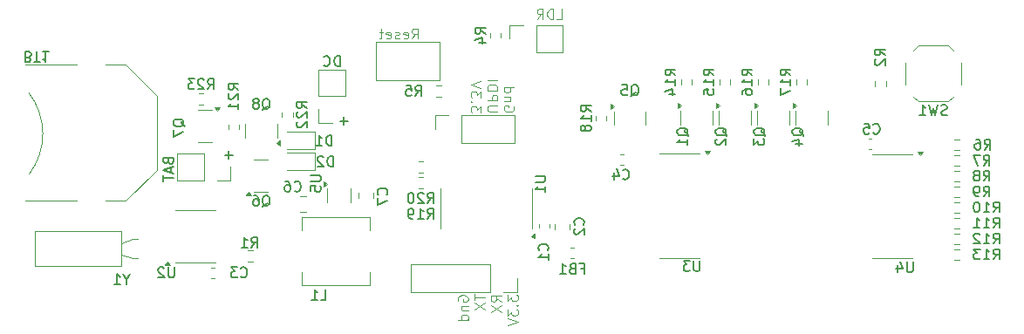
<source format=gbo>
G04 #@! TF.GenerationSoftware,KiCad,Pcbnew,8.0.4*
G04 #@! TF.CreationDate,2024-08-10T20:36:19+03:00*
G04 #@! TF.ProjectId,7clock,37636c6f-636b-42e6-9b69-6361645f7063,rev?*
G04 #@! TF.SameCoordinates,Original*
G04 #@! TF.FileFunction,Legend,Bot*
G04 #@! TF.FilePolarity,Positive*
%FSLAX46Y46*%
G04 Gerber Fmt 4.6, Leading zero omitted, Abs format (unit mm)*
G04 Created by KiCad (PCBNEW 8.0.4) date 2024-08-10 20:36:19*
%MOMM*%
%LPD*%
G01*
G04 APERTURE LIST*
%ADD10C,0.200000*%
%ADD11C,0.100000*%
%ADD12C,0.125000*%
%ADD13C,0.150000*%
%ADD14C,0.120000*%
G04 APERTURE END LIST*
D10*
X127519326Y-76575266D02*
X126757422Y-76575266D01*
X127138374Y-76956219D02*
X127138374Y-76194314D01*
D11*
X154794849Y-71816306D02*
X154842468Y-71911544D01*
X154842468Y-71911544D02*
X154842468Y-72054401D01*
X154842468Y-72054401D02*
X154794849Y-72197258D01*
X154794849Y-72197258D02*
X154699611Y-72292496D01*
X154699611Y-72292496D02*
X154604373Y-72340115D01*
X154604373Y-72340115D02*
X154413897Y-72387734D01*
X154413897Y-72387734D02*
X154271040Y-72387734D01*
X154271040Y-72387734D02*
X154080564Y-72340115D01*
X154080564Y-72340115D02*
X153985326Y-72292496D01*
X153985326Y-72292496D02*
X153890088Y-72197258D01*
X153890088Y-72197258D02*
X153842468Y-72054401D01*
X153842468Y-72054401D02*
X153842468Y-71959163D01*
X153842468Y-71959163D02*
X153890088Y-71816306D01*
X153890088Y-71816306D02*
X153937707Y-71768687D01*
X153937707Y-71768687D02*
X154271040Y-71768687D01*
X154271040Y-71768687D02*
X154271040Y-71959163D01*
X154509135Y-71340115D02*
X153842468Y-71340115D01*
X154413897Y-71340115D02*
X154461516Y-71292496D01*
X154461516Y-71292496D02*
X154509135Y-71197258D01*
X154509135Y-71197258D02*
X154509135Y-71054401D01*
X154509135Y-71054401D02*
X154461516Y-70959163D01*
X154461516Y-70959163D02*
X154366278Y-70911544D01*
X154366278Y-70911544D02*
X153842468Y-70911544D01*
X153842468Y-70006782D02*
X154842468Y-70006782D01*
X153890088Y-70006782D02*
X153842468Y-70102020D01*
X153842468Y-70102020D02*
X153842468Y-70292496D01*
X153842468Y-70292496D02*
X153890088Y-70387734D01*
X153890088Y-70387734D02*
X153937707Y-70435353D01*
X153937707Y-70435353D02*
X154032945Y-70482972D01*
X154032945Y-70482972D02*
X154318659Y-70482972D01*
X154318659Y-70482972D02*
X154413897Y-70435353D01*
X154413897Y-70435353D02*
X154461516Y-70387734D01*
X154461516Y-70387734D02*
X154509135Y-70292496D01*
X154509135Y-70292496D02*
X154509135Y-70102020D01*
X154509135Y-70102020D02*
X154461516Y-70006782D01*
X153232524Y-72340115D02*
X152423001Y-72340115D01*
X152423001Y-72340115D02*
X152327763Y-72292496D01*
X152327763Y-72292496D02*
X152280144Y-72244877D01*
X152280144Y-72244877D02*
X152232524Y-72149639D01*
X152232524Y-72149639D02*
X152232524Y-71959163D01*
X152232524Y-71959163D02*
X152280144Y-71863925D01*
X152280144Y-71863925D02*
X152327763Y-71816306D01*
X152327763Y-71816306D02*
X152423001Y-71768687D01*
X152423001Y-71768687D02*
X153232524Y-71768687D01*
X152232524Y-71292496D02*
X153232524Y-71292496D01*
X153232524Y-71292496D02*
X153232524Y-70911544D01*
X153232524Y-70911544D02*
X153184905Y-70816306D01*
X153184905Y-70816306D02*
X153137286Y-70768687D01*
X153137286Y-70768687D02*
X153042048Y-70721068D01*
X153042048Y-70721068D02*
X152899191Y-70721068D01*
X152899191Y-70721068D02*
X152803953Y-70768687D01*
X152803953Y-70768687D02*
X152756334Y-70816306D01*
X152756334Y-70816306D02*
X152708715Y-70911544D01*
X152708715Y-70911544D02*
X152708715Y-71292496D01*
X152232524Y-70292496D02*
X153232524Y-70292496D01*
X153232524Y-70292496D02*
X153232524Y-70054401D01*
X153232524Y-70054401D02*
X153184905Y-69911544D01*
X153184905Y-69911544D02*
X153089667Y-69816306D01*
X153089667Y-69816306D02*
X152994429Y-69768687D01*
X152994429Y-69768687D02*
X152803953Y-69721068D01*
X152803953Y-69721068D02*
X152661096Y-69721068D01*
X152661096Y-69721068D02*
X152470620Y-69768687D01*
X152470620Y-69768687D02*
X152375382Y-69816306D01*
X152375382Y-69816306D02*
X152280144Y-69911544D01*
X152280144Y-69911544D02*
X152232524Y-70054401D01*
X152232524Y-70054401D02*
X152232524Y-70292496D01*
X152232524Y-69292496D02*
X153232524Y-69292496D01*
X151622580Y-72435353D02*
X151622580Y-71816306D01*
X151622580Y-71816306D02*
X151241628Y-72149639D01*
X151241628Y-72149639D02*
X151241628Y-72006782D01*
X151241628Y-72006782D02*
X151194009Y-71911544D01*
X151194009Y-71911544D02*
X151146390Y-71863925D01*
X151146390Y-71863925D02*
X151051152Y-71816306D01*
X151051152Y-71816306D02*
X150813057Y-71816306D01*
X150813057Y-71816306D02*
X150717819Y-71863925D01*
X150717819Y-71863925D02*
X150670200Y-71911544D01*
X150670200Y-71911544D02*
X150622580Y-72006782D01*
X150622580Y-72006782D02*
X150622580Y-72292496D01*
X150622580Y-72292496D02*
X150670200Y-72387734D01*
X150670200Y-72387734D02*
X150717819Y-72435353D01*
X150717819Y-71387734D02*
X150670200Y-71340115D01*
X150670200Y-71340115D02*
X150622580Y-71387734D01*
X150622580Y-71387734D02*
X150670200Y-71435353D01*
X150670200Y-71435353D02*
X150717819Y-71387734D01*
X150717819Y-71387734D02*
X150622580Y-71387734D01*
X151622580Y-71006782D02*
X151622580Y-70387735D01*
X151622580Y-70387735D02*
X151241628Y-70721068D01*
X151241628Y-70721068D02*
X151241628Y-70578211D01*
X151241628Y-70578211D02*
X151194009Y-70482973D01*
X151194009Y-70482973D02*
X151146390Y-70435354D01*
X151146390Y-70435354D02*
X151051152Y-70387735D01*
X151051152Y-70387735D02*
X150813057Y-70387735D01*
X150813057Y-70387735D02*
X150717819Y-70435354D01*
X150717819Y-70435354D02*
X150670200Y-70482973D01*
X150670200Y-70482973D02*
X150622580Y-70578211D01*
X150622580Y-70578211D02*
X150622580Y-70863925D01*
X150622580Y-70863925D02*
X150670200Y-70959163D01*
X150670200Y-70959163D02*
X150717819Y-71006782D01*
X151622580Y-70102020D02*
X150622580Y-69768687D01*
X150622580Y-69768687D02*
X151622580Y-69435354D01*
D10*
X121263409Y-77157006D02*
X121311028Y-77299863D01*
X121311028Y-77299863D02*
X121358647Y-77347482D01*
X121358647Y-77347482D02*
X121453885Y-77395101D01*
X121453885Y-77395101D02*
X121596742Y-77395101D01*
X121596742Y-77395101D02*
X121691980Y-77347482D01*
X121691980Y-77347482D02*
X121739600Y-77299863D01*
X121739600Y-77299863D02*
X121787219Y-77204625D01*
X121787219Y-77204625D02*
X121787219Y-76823673D01*
X121787219Y-76823673D02*
X120787219Y-76823673D01*
X120787219Y-76823673D02*
X120787219Y-77157006D01*
X120787219Y-77157006D02*
X120834838Y-77252244D01*
X120834838Y-77252244D02*
X120882457Y-77299863D01*
X120882457Y-77299863D02*
X120977695Y-77347482D01*
X120977695Y-77347482D02*
X121072933Y-77347482D01*
X121072933Y-77347482D02*
X121168171Y-77299863D01*
X121168171Y-77299863D02*
X121215790Y-77252244D01*
X121215790Y-77252244D02*
X121263409Y-77157006D01*
X121263409Y-77157006D02*
X121263409Y-76823673D01*
X121501504Y-77776054D02*
X121501504Y-78252244D01*
X121787219Y-77680816D02*
X120787219Y-78014149D01*
X120787219Y-78014149D02*
X121787219Y-78347482D01*
X120787219Y-78537959D02*
X120787219Y-79109387D01*
X121787219Y-78823673D02*
X120787219Y-78823673D01*
D11*
X144920687Y-65277419D02*
X145254020Y-64801228D01*
X145492115Y-65277419D02*
X145492115Y-64277419D01*
X145492115Y-64277419D02*
X145111163Y-64277419D01*
X145111163Y-64277419D02*
X145015925Y-64325038D01*
X145015925Y-64325038D02*
X144968306Y-64372657D01*
X144968306Y-64372657D02*
X144920687Y-64467895D01*
X144920687Y-64467895D02*
X144920687Y-64610752D01*
X144920687Y-64610752D02*
X144968306Y-64705990D01*
X144968306Y-64705990D02*
X145015925Y-64753609D01*
X145015925Y-64753609D02*
X145111163Y-64801228D01*
X145111163Y-64801228D02*
X145492115Y-64801228D01*
X144111163Y-65229800D02*
X144206401Y-65277419D01*
X144206401Y-65277419D02*
X144396877Y-65277419D01*
X144396877Y-65277419D02*
X144492115Y-65229800D01*
X144492115Y-65229800D02*
X144539734Y-65134561D01*
X144539734Y-65134561D02*
X144539734Y-64753609D01*
X144539734Y-64753609D02*
X144492115Y-64658371D01*
X144492115Y-64658371D02*
X144396877Y-64610752D01*
X144396877Y-64610752D02*
X144206401Y-64610752D01*
X144206401Y-64610752D02*
X144111163Y-64658371D01*
X144111163Y-64658371D02*
X144063544Y-64753609D01*
X144063544Y-64753609D02*
X144063544Y-64848847D01*
X144063544Y-64848847D02*
X144539734Y-64944085D01*
X143682591Y-65229800D02*
X143587353Y-65277419D01*
X143587353Y-65277419D02*
X143396877Y-65277419D01*
X143396877Y-65277419D02*
X143301639Y-65229800D01*
X143301639Y-65229800D02*
X143254020Y-65134561D01*
X143254020Y-65134561D02*
X143254020Y-65086942D01*
X143254020Y-65086942D02*
X143301639Y-64991704D01*
X143301639Y-64991704D02*
X143396877Y-64944085D01*
X143396877Y-64944085D02*
X143539734Y-64944085D01*
X143539734Y-64944085D02*
X143634972Y-64896466D01*
X143634972Y-64896466D02*
X143682591Y-64801228D01*
X143682591Y-64801228D02*
X143682591Y-64753609D01*
X143682591Y-64753609D02*
X143634972Y-64658371D01*
X143634972Y-64658371D02*
X143539734Y-64610752D01*
X143539734Y-64610752D02*
X143396877Y-64610752D01*
X143396877Y-64610752D02*
X143301639Y-64658371D01*
X142444496Y-65229800D02*
X142539734Y-65277419D01*
X142539734Y-65277419D02*
X142730210Y-65277419D01*
X142730210Y-65277419D02*
X142825448Y-65229800D01*
X142825448Y-65229800D02*
X142873067Y-65134561D01*
X142873067Y-65134561D02*
X142873067Y-64753609D01*
X142873067Y-64753609D02*
X142825448Y-64658371D01*
X142825448Y-64658371D02*
X142730210Y-64610752D01*
X142730210Y-64610752D02*
X142539734Y-64610752D01*
X142539734Y-64610752D02*
X142444496Y-64658371D01*
X142444496Y-64658371D02*
X142396877Y-64753609D01*
X142396877Y-64753609D02*
X142396877Y-64848847D01*
X142396877Y-64848847D02*
X142873067Y-64944085D01*
X142111162Y-64610752D02*
X141730210Y-64610752D01*
X141968305Y-64277419D02*
X141968305Y-65134561D01*
X141968305Y-65134561D02*
X141920686Y-65229800D01*
X141920686Y-65229800D02*
X141825448Y-65277419D01*
X141825448Y-65277419D02*
X141730210Y-65277419D01*
D10*
X137933326Y-67939219D02*
X137933326Y-66939219D01*
X137933326Y-66939219D02*
X137695231Y-66939219D01*
X137695231Y-66939219D02*
X137552374Y-66986838D01*
X137552374Y-66986838D02*
X137457136Y-67082076D01*
X137457136Y-67082076D02*
X137409517Y-67177314D01*
X137409517Y-67177314D02*
X137361898Y-67367790D01*
X137361898Y-67367790D02*
X137361898Y-67510647D01*
X137361898Y-67510647D02*
X137409517Y-67701123D01*
X137409517Y-67701123D02*
X137457136Y-67796361D01*
X137457136Y-67796361D02*
X137552374Y-67891600D01*
X137552374Y-67891600D02*
X137695231Y-67939219D01*
X137695231Y-67939219D02*
X137933326Y-67939219D01*
X136361898Y-67843980D02*
X136409517Y-67891600D01*
X136409517Y-67891600D02*
X136552374Y-67939219D01*
X136552374Y-67939219D02*
X136647612Y-67939219D01*
X136647612Y-67939219D02*
X136790469Y-67891600D01*
X136790469Y-67891600D02*
X136885707Y-67796361D01*
X136885707Y-67796361D02*
X136933326Y-67701123D01*
X136933326Y-67701123D02*
X136980945Y-67510647D01*
X136980945Y-67510647D02*
X136980945Y-67367790D01*
X136980945Y-67367790D02*
X136933326Y-67177314D01*
X136933326Y-67177314D02*
X136885707Y-67082076D01*
X136885707Y-67082076D02*
X136790469Y-66986838D01*
X136790469Y-66986838D02*
X136647612Y-66939219D01*
X136647612Y-66939219D02*
X136552374Y-66939219D01*
X136552374Y-66939219D02*
X136409517Y-66986838D01*
X136409517Y-66986838D02*
X136361898Y-67034457D01*
X138695326Y-73273266D02*
X137933422Y-73273266D01*
X138314374Y-73654219D02*
X138314374Y-72892314D01*
D12*
X158969478Y-63371119D02*
X159445668Y-63371119D01*
X159445668Y-63371119D02*
X159445668Y-62371119D01*
X158636144Y-63371119D02*
X158636144Y-62371119D01*
X158636144Y-62371119D02*
X158398049Y-62371119D01*
X158398049Y-62371119D02*
X158255192Y-62418738D01*
X158255192Y-62418738D02*
X158159954Y-62513976D01*
X158159954Y-62513976D02*
X158112335Y-62609214D01*
X158112335Y-62609214D02*
X158064716Y-62799690D01*
X158064716Y-62799690D02*
X158064716Y-62942547D01*
X158064716Y-62942547D02*
X158112335Y-63133023D01*
X158112335Y-63133023D02*
X158159954Y-63228261D01*
X158159954Y-63228261D02*
X158255192Y-63323500D01*
X158255192Y-63323500D02*
X158398049Y-63371119D01*
X158398049Y-63371119D02*
X158636144Y-63371119D01*
X157064716Y-63371119D02*
X157398049Y-62894928D01*
X157636144Y-63371119D02*
X157636144Y-62371119D01*
X157636144Y-62371119D02*
X157255192Y-62371119D01*
X157255192Y-62371119D02*
X157159954Y-62418738D01*
X157159954Y-62418738D02*
X157112335Y-62466357D01*
X157112335Y-62466357D02*
X157064716Y-62561595D01*
X157064716Y-62561595D02*
X157064716Y-62704452D01*
X157064716Y-62704452D02*
X157112335Y-62799690D01*
X157112335Y-62799690D02*
X157159954Y-62847309D01*
X157159954Y-62847309D02*
X157255192Y-62894928D01*
X157255192Y-62894928D02*
X157636144Y-62894928D01*
D11*
X149411206Y-90743693D02*
X149363587Y-90648455D01*
X149363587Y-90648455D02*
X149363587Y-90505598D01*
X149363587Y-90505598D02*
X149411206Y-90362741D01*
X149411206Y-90362741D02*
X149506444Y-90267503D01*
X149506444Y-90267503D02*
X149601682Y-90219884D01*
X149601682Y-90219884D02*
X149792158Y-90172265D01*
X149792158Y-90172265D02*
X149935015Y-90172265D01*
X149935015Y-90172265D02*
X150125491Y-90219884D01*
X150125491Y-90219884D02*
X150220729Y-90267503D01*
X150220729Y-90267503D02*
X150315968Y-90362741D01*
X150315968Y-90362741D02*
X150363587Y-90505598D01*
X150363587Y-90505598D02*
X150363587Y-90600836D01*
X150363587Y-90600836D02*
X150315968Y-90743693D01*
X150315968Y-90743693D02*
X150268348Y-90791312D01*
X150268348Y-90791312D02*
X149935015Y-90791312D01*
X149935015Y-90791312D02*
X149935015Y-90600836D01*
X149696920Y-91219884D02*
X150363587Y-91219884D01*
X149792158Y-91219884D02*
X149744539Y-91267503D01*
X149744539Y-91267503D02*
X149696920Y-91362741D01*
X149696920Y-91362741D02*
X149696920Y-91505598D01*
X149696920Y-91505598D02*
X149744539Y-91600836D01*
X149744539Y-91600836D02*
X149839777Y-91648455D01*
X149839777Y-91648455D02*
X150363587Y-91648455D01*
X150363587Y-92553217D02*
X149363587Y-92553217D01*
X150315968Y-92553217D02*
X150363587Y-92457979D01*
X150363587Y-92457979D02*
X150363587Y-92267503D01*
X150363587Y-92267503D02*
X150315968Y-92172265D01*
X150315968Y-92172265D02*
X150268348Y-92124646D01*
X150268348Y-92124646D02*
X150173110Y-92077027D01*
X150173110Y-92077027D02*
X149887396Y-92077027D01*
X149887396Y-92077027D02*
X149792158Y-92124646D01*
X149792158Y-92124646D02*
X149744539Y-92172265D01*
X149744539Y-92172265D02*
X149696920Y-92267503D01*
X149696920Y-92267503D02*
X149696920Y-92457979D01*
X149696920Y-92457979D02*
X149744539Y-92553217D01*
X150973531Y-90077027D02*
X150973531Y-90648455D01*
X151973531Y-90362741D02*
X150973531Y-90362741D01*
X150973531Y-90886551D02*
X151973531Y-91553217D01*
X150973531Y-91553217D02*
X151973531Y-90886551D01*
X153583475Y-90791312D02*
X153107284Y-90457979D01*
X153583475Y-90219884D02*
X152583475Y-90219884D01*
X152583475Y-90219884D02*
X152583475Y-90600836D01*
X152583475Y-90600836D02*
X152631094Y-90696074D01*
X152631094Y-90696074D02*
X152678713Y-90743693D01*
X152678713Y-90743693D02*
X152773951Y-90791312D01*
X152773951Y-90791312D02*
X152916808Y-90791312D01*
X152916808Y-90791312D02*
X153012046Y-90743693D01*
X153012046Y-90743693D02*
X153059665Y-90696074D01*
X153059665Y-90696074D02*
X153107284Y-90600836D01*
X153107284Y-90600836D02*
X153107284Y-90219884D01*
X152583475Y-91124646D02*
X153583475Y-91791312D01*
X152583475Y-91791312D02*
X153583475Y-91124646D01*
X154193419Y-90124646D02*
X154193419Y-90743693D01*
X154193419Y-90743693D02*
X154574371Y-90410360D01*
X154574371Y-90410360D02*
X154574371Y-90553217D01*
X154574371Y-90553217D02*
X154621990Y-90648455D01*
X154621990Y-90648455D02*
X154669609Y-90696074D01*
X154669609Y-90696074D02*
X154764847Y-90743693D01*
X154764847Y-90743693D02*
X155002942Y-90743693D01*
X155002942Y-90743693D02*
X155098180Y-90696074D01*
X155098180Y-90696074D02*
X155145800Y-90648455D01*
X155145800Y-90648455D02*
X155193419Y-90553217D01*
X155193419Y-90553217D02*
X155193419Y-90267503D01*
X155193419Y-90267503D02*
X155145800Y-90172265D01*
X155145800Y-90172265D02*
X155098180Y-90124646D01*
X155098180Y-91172265D02*
X155145800Y-91219884D01*
X155145800Y-91219884D02*
X155193419Y-91172265D01*
X155193419Y-91172265D02*
X155145800Y-91124646D01*
X155145800Y-91124646D02*
X155098180Y-91172265D01*
X155098180Y-91172265D02*
X155193419Y-91172265D01*
X154193419Y-91553217D02*
X154193419Y-92172264D01*
X154193419Y-92172264D02*
X154574371Y-91838931D01*
X154574371Y-91838931D02*
X154574371Y-91981788D01*
X154574371Y-91981788D02*
X154621990Y-92077026D01*
X154621990Y-92077026D02*
X154669609Y-92124645D01*
X154669609Y-92124645D02*
X154764847Y-92172264D01*
X154764847Y-92172264D02*
X155002942Y-92172264D01*
X155002942Y-92172264D02*
X155098180Y-92124645D01*
X155098180Y-92124645D02*
X155145800Y-92077026D01*
X155145800Y-92077026D02*
X155193419Y-91981788D01*
X155193419Y-91981788D02*
X155193419Y-91696074D01*
X155193419Y-91696074D02*
X155145800Y-91600836D01*
X155145800Y-91600836D02*
X155098180Y-91553217D01*
X154193419Y-92457979D02*
X155193419Y-92791312D01*
X155193419Y-92791312D02*
X154193419Y-93124645D01*
D13*
X134726819Y-72001142D02*
X134250628Y-71667809D01*
X134726819Y-71429714D02*
X133726819Y-71429714D01*
X133726819Y-71429714D02*
X133726819Y-71810666D01*
X133726819Y-71810666D02*
X133774438Y-71905904D01*
X133774438Y-71905904D02*
X133822057Y-71953523D01*
X133822057Y-71953523D02*
X133917295Y-72001142D01*
X133917295Y-72001142D02*
X134060152Y-72001142D01*
X134060152Y-72001142D02*
X134155390Y-71953523D01*
X134155390Y-71953523D02*
X134203009Y-71905904D01*
X134203009Y-71905904D02*
X134250628Y-71810666D01*
X134250628Y-71810666D02*
X134250628Y-71429714D01*
X133822057Y-72382095D02*
X133774438Y-72429714D01*
X133774438Y-72429714D02*
X133726819Y-72524952D01*
X133726819Y-72524952D02*
X133726819Y-72763047D01*
X133726819Y-72763047D02*
X133774438Y-72858285D01*
X133774438Y-72858285D02*
X133822057Y-72905904D01*
X133822057Y-72905904D02*
X133917295Y-72953523D01*
X133917295Y-72953523D02*
X134012533Y-72953523D01*
X134012533Y-72953523D02*
X134155390Y-72905904D01*
X134155390Y-72905904D02*
X134726819Y-72334476D01*
X134726819Y-72334476D02*
X134726819Y-72953523D01*
X133822057Y-73334476D02*
X133774438Y-73382095D01*
X133774438Y-73382095D02*
X133726819Y-73477333D01*
X133726819Y-73477333D02*
X133726819Y-73715428D01*
X133726819Y-73715428D02*
X133774438Y-73810666D01*
X133774438Y-73810666D02*
X133822057Y-73858285D01*
X133822057Y-73858285D02*
X133917295Y-73905904D01*
X133917295Y-73905904D02*
X134012533Y-73905904D01*
X134012533Y-73905904D02*
X134155390Y-73858285D01*
X134155390Y-73858285D02*
X134726819Y-73286857D01*
X134726819Y-73286857D02*
X134726819Y-73905904D01*
X201361857Y-86701819D02*
X201695190Y-86225628D01*
X201933285Y-86701819D02*
X201933285Y-85701819D01*
X201933285Y-85701819D02*
X201552333Y-85701819D01*
X201552333Y-85701819D02*
X201457095Y-85749438D01*
X201457095Y-85749438D02*
X201409476Y-85797057D01*
X201409476Y-85797057D02*
X201361857Y-85892295D01*
X201361857Y-85892295D02*
X201361857Y-86035152D01*
X201361857Y-86035152D02*
X201409476Y-86130390D01*
X201409476Y-86130390D02*
X201457095Y-86178009D01*
X201457095Y-86178009D02*
X201552333Y-86225628D01*
X201552333Y-86225628D02*
X201933285Y-86225628D01*
X200409476Y-86701819D02*
X200980904Y-86701819D01*
X200695190Y-86701819D02*
X200695190Y-85701819D01*
X200695190Y-85701819D02*
X200790428Y-85844676D01*
X200790428Y-85844676D02*
X200885666Y-85939914D01*
X200885666Y-85939914D02*
X200980904Y-85987533D01*
X200076142Y-85701819D02*
X199457095Y-85701819D01*
X199457095Y-85701819D02*
X199790428Y-86082771D01*
X199790428Y-86082771D02*
X199647571Y-86082771D01*
X199647571Y-86082771D02*
X199552333Y-86130390D01*
X199552333Y-86130390D02*
X199504714Y-86178009D01*
X199504714Y-86178009D02*
X199457095Y-86273247D01*
X199457095Y-86273247D02*
X199457095Y-86511342D01*
X199457095Y-86511342D02*
X199504714Y-86606580D01*
X199504714Y-86606580D02*
X199552333Y-86654200D01*
X199552333Y-86654200D02*
X199647571Y-86701819D01*
X199647571Y-86701819D02*
X199933285Y-86701819D01*
X199933285Y-86701819D02*
X200028523Y-86654200D01*
X200028523Y-86654200D02*
X200076142Y-86606580D01*
X130397238Y-81576057D02*
X130492476Y-81528438D01*
X130492476Y-81528438D02*
X130587714Y-81433200D01*
X130587714Y-81433200D02*
X130730571Y-81290342D01*
X130730571Y-81290342D02*
X130825809Y-81242723D01*
X130825809Y-81242723D02*
X130921047Y-81242723D01*
X130873428Y-81480819D02*
X130968666Y-81433200D01*
X130968666Y-81433200D02*
X131063904Y-81337961D01*
X131063904Y-81337961D02*
X131111523Y-81147485D01*
X131111523Y-81147485D02*
X131111523Y-80814152D01*
X131111523Y-80814152D02*
X131063904Y-80623676D01*
X131063904Y-80623676D02*
X130968666Y-80528438D01*
X130968666Y-80528438D02*
X130873428Y-80480819D01*
X130873428Y-80480819D02*
X130682952Y-80480819D01*
X130682952Y-80480819D02*
X130587714Y-80528438D01*
X130587714Y-80528438D02*
X130492476Y-80623676D01*
X130492476Y-80623676D02*
X130444857Y-80814152D01*
X130444857Y-80814152D02*
X130444857Y-81147485D01*
X130444857Y-81147485D02*
X130492476Y-81337961D01*
X130492476Y-81337961D02*
X130587714Y-81433200D01*
X130587714Y-81433200D02*
X130682952Y-81480819D01*
X130682952Y-81480819D02*
X130873428Y-81480819D01*
X129587714Y-80480819D02*
X129778190Y-80480819D01*
X129778190Y-80480819D02*
X129873428Y-80528438D01*
X129873428Y-80528438D02*
X129921047Y-80576057D01*
X129921047Y-80576057D02*
X130016285Y-80718914D01*
X130016285Y-80718914D02*
X130063904Y-80909390D01*
X130063904Y-80909390D02*
X130063904Y-81290342D01*
X130063904Y-81290342D02*
X130016285Y-81385580D01*
X130016285Y-81385580D02*
X129968666Y-81433200D01*
X129968666Y-81433200D02*
X129873428Y-81480819D01*
X129873428Y-81480819D02*
X129682952Y-81480819D01*
X129682952Y-81480819D02*
X129587714Y-81433200D01*
X129587714Y-81433200D02*
X129540095Y-81385580D01*
X129540095Y-81385580D02*
X129492476Y-81290342D01*
X129492476Y-81290342D02*
X129492476Y-81052247D01*
X129492476Y-81052247D02*
X129540095Y-80957009D01*
X129540095Y-80957009D02*
X129587714Y-80909390D01*
X129587714Y-80909390D02*
X129682952Y-80861771D01*
X129682952Y-80861771D02*
X129873428Y-80861771D01*
X129873428Y-80861771D02*
X129968666Y-80909390D01*
X129968666Y-80909390D02*
X130016285Y-80957009D01*
X130016285Y-80957009D02*
X130063904Y-81052247D01*
X162300819Y-72343142D02*
X161824628Y-72009809D01*
X162300819Y-71771714D02*
X161300819Y-71771714D01*
X161300819Y-71771714D02*
X161300819Y-72152666D01*
X161300819Y-72152666D02*
X161348438Y-72247904D01*
X161348438Y-72247904D02*
X161396057Y-72295523D01*
X161396057Y-72295523D02*
X161491295Y-72343142D01*
X161491295Y-72343142D02*
X161634152Y-72343142D01*
X161634152Y-72343142D02*
X161729390Y-72295523D01*
X161729390Y-72295523D02*
X161777009Y-72247904D01*
X161777009Y-72247904D02*
X161824628Y-72152666D01*
X161824628Y-72152666D02*
X161824628Y-71771714D01*
X162300819Y-73295523D02*
X162300819Y-72724095D01*
X162300819Y-73009809D02*
X161300819Y-73009809D01*
X161300819Y-73009809D02*
X161443676Y-72914571D01*
X161443676Y-72914571D02*
X161538914Y-72819333D01*
X161538914Y-72819333D02*
X161586533Y-72724095D01*
X161729390Y-73866952D02*
X161681771Y-73771714D01*
X161681771Y-73771714D02*
X161634152Y-73724095D01*
X161634152Y-73724095D02*
X161538914Y-73676476D01*
X161538914Y-73676476D02*
X161491295Y-73676476D01*
X161491295Y-73676476D02*
X161396057Y-73724095D01*
X161396057Y-73724095D02*
X161348438Y-73771714D01*
X161348438Y-73771714D02*
X161300819Y-73866952D01*
X161300819Y-73866952D02*
X161300819Y-74057428D01*
X161300819Y-74057428D02*
X161348438Y-74152666D01*
X161348438Y-74152666D02*
X161396057Y-74200285D01*
X161396057Y-74200285D02*
X161491295Y-74247904D01*
X161491295Y-74247904D02*
X161538914Y-74247904D01*
X161538914Y-74247904D02*
X161634152Y-74200285D01*
X161634152Y-74200285D02*
X161681771Y-74152666D01*
X161681771Y-74152666D02*
X161729390Y-74057428D01*
X161729390Y-74057428D02*
X161729390Y-73866952D01*
X161729390Y-73866952D02*
X161777009Y-73771714D01*
X161777009Y-73771714D02*
X161824628Y-73724095D01*
X161824628Y-73724095D02*
X161919866Y-73676476D01*
X161919866Y-73676476D02*
X162110342Y-73676476D01*
X162110342Y-73676476D02*
X162205580Y-73724095D01*
X162205580Y-73724095D02*
X162253200Y-73771714D01*
X162253200Y-73771714D02*
X162300819Y-73866952D01*
X162300819Y-73866952D02*
X162300819Y-74057428D01*
X162300819Y-74057428D02*
X162253200Y-74152666D01*
X162253200Y-74152666D02*
X162205580Y-74200285D01*
X162205580Y-74200285D02*
X162110342Y-74247904D01*
X162110342Y-74247904D02*
X161919866Y-74247904D01*
X161919866Y-74247904D02*
X161824628Y-74200285D01*
X161824628Y-74200285D02*
X161777009Y-74152666D01*
X161777009Y-74152666D02*
X161729390Y-74057428D01*
X137136094Y-75638819D02*
X137136094Y-74638819D01*
X137136094Y-74638819D02*
X136897999Y-74638819D01*
X136897999Y-74638819D02*
X136755142Y-74686438D01*
X136755142Y-74686438D02*
X136659904Y-74781676D01*
X136659904Y-74781676D02*
X136612285Y-74876914D01*
X136612285Y-74876914D02*
X136564666Y-75067390D01*
X136564666Y-75067390D02*
X136564666Y-75210247D01*
X136564666Y-75210247D02*
X136612285Y-75400723D01*
X136612285Y-75400723D02*
X136659904Y-75495961D01*
X136659904Y-75495961D02*
X136755142Y-75591200D01*
X136755142Y-75591200D02*
X136897999Y-75638819D01*
X136897999Y-75638819D02*
X137136094Y-75638819D01*
X135612285Y-75638819D02*
X136183713Y-75638819D01*
X135897999Y-75638819D02*
X135897999Y-74638819D01*
X135897999Y-74638819D02*
X135993237Y-74781676D01*
X135993237Y-74781676D02*
X136088475Y-74876914D01*
X136088475Y-74876914D02*
X136183713Y-74924533D01*
X181683819Y-68826142D02*
X181207628Y-68492809D01*
X181683819Y-68254714D02*
X180683819Y-68254714D01*
X180683819Y-68254714D02*
X180683819Y-68635666D01*
X180683819Y-68635666D02*
X180731438Y-68730904D01*
X180731438Y-68730904D02*
X180779057Y-68778523D01*
X180779057Y-68778523D02*
X180874295Y-68826142D01*
X180874295Y-68826142D02*
X181017152Y-68826142D01*
X181017152Y-68826142D02*
X181112390Y-68778523D01*
X181112390Y-68778523D02*
X181160009Y-68730904D01*
X181160009Y-68730904D02*
X181207628Y-68635666D01*
X181207628Y-68635666D02*
X181207628Y-68254714D01*
X181683819Y-69778523D02*
X181683819Y-69207095D01*
X181683819Y-69492809D02*
X180683819Y-69492809D01*
X180683819Y-69492809D02*
X180826676Y-69397571D01*
X180826676Y-69397571D02*
X180921914Y-69302333D01*
X180921914Y-69302333D02*
X180969533Y-69207095D01*
X180683819Y-70111857D02*
X180683819Y-70778523D01*
X180683819Y-70778523D02*
X181683819Y-70349952D01*
X136056666Y-90624819D02*
X136532856Y-90624819D01*
X136532856Y-90624819D02*
X136532856Y-89624819D01*
X135199523Y-90624819D02*
X135770951Y-90624819D01*
X135485237Y-90624819D02*
X135485237Y-89624819D01*
X135485237Y-89624819D02*
X135580475Y-89767676D01*
X135580475Y-89767676D02*
X135675713Y-89862914D01*
X135675713Y-89862914D02*
X135770951Y-89910533D01*
X135090819Y-78547095D02*
X135900342Y-78547095D01*
X135900342Y-78547095D02*
X135995580Y-78594714D01*
X135995580Y-78594714D02*
X136043200Y-78642333D01*
X136043200Y-78642333D02*
X136090819Y-78737571D01*
X136090819Y-78737571D02*
X136090819Y-78928047D01*
X136090819Y-78928047D02*
X136043200Y-79023285D01*
X136043200Y-79023285D02*
X135995580Y-79070904D01*
X135995580Y-79070904D02*
X135900342Y-79118523D01*
X135900342Y-79118523D02*
X135090819Y-79118523D01*
X135090819Y-80070904D02*
X135090819Y-79594714D01*
X135090819Y-79594714D02*
X135567009Y-79547095D01*
X135567009Y-79547095D02*
X135519390Y-79594714D01*
X135519390Y-79594714D02*
X135471771Y-79689952D01*
X135471771Y-79689952D02*
X135471771Y-79928047D01*
X135471771Y-79928047D02*
X135519390Y-80023285D01*
X135519390Y-80023285D02*
X135567009Y-80070904D01*
X135567009Y-80070904D02*
X135662247Y-80118523D01*
X135662247Y-80118523D02*
X135900342Y-80118523D01*
X135900342Y-80118523D02*
X135995580Y-80070904D01*
X135995580Y-80070904D02*
X136043200Y-80023285D01*
X136043200Y-80023285D02*
X136090819Y-79928047D01*
X136090819Y-79928047D02*
X136090819Y-79689952D01*
X136090819Y-79689952D02*
X136043200Y-79594714D01*
X136043200Y-79594714D02*
X135995580Y-79547095D01*
X175493390Y-74698761D02*
X175445771Y-74603523D01*
X175445771Y-74603523D02*
X175350533Y-74508285D01*
X175350533Y-74508285D02*
X175207675Y-74365428D01*
X175207675Y-74365428D02*
X175160056Y-74270190D01*
X175160056Y-74270190D02*
X175160056Y-74174952D01*
X175398152Y-74222571D02*
X175350533Y-74127333D01*
X175350533Y-74127333D02*
X175255294Y-74032095D01*
X175255294Y-74032095D02*
X175064818Y-73984476D01*
X175064818Y-73984476D02*
X174731485Y-73984476D01*
X174731485Y-73984476D02*
X174541009Y-74032095D01*
X174541009Y-74032095D02*
X174445771Y-74127333D01*
X174445771Y-74127333D02*
X174398152Y-74222571D01*
X174398152Y-74222571D02*
X174398152Y-74413047D01*
X174398152Y-74413047D02*
X174445771Y-74508285D01*
X174445771Y-74508285D02*
X174541009Y-74603523D01*
X174541009Y-74603523D02*
X174731485Y-74651142D01*
X174731485Y-74651142D02*
X175064818Y-74651142D01*
X175064818Y-74651142D02*
X175255294Y-74603523D01*
X175255294Y-74603523D02*
X175350533Y-74508285D01*
X175350533Y-74508285D02*
X175398152Y-74413047D01*
X175398152Y-74413047D02*
X175398152Y-74222571D01*
X174493390Y-75032095D02*
X174445771Y-75079714D01*
X174445771Y-75079714D02*
X174398152Y-75174952D01*
X174398152Y-75174952D02*
X174398152Y-75413047D01*
X174398152Y-75413047D02*
X174445771Y-75508285D01*
X174445771Y-75508285D02*
X174493390Y-75555904D01*
X174493390Y-75555904D02*
X174588628Y-75603523D01*
X174588628Y-75603523D02*
X174683866Y-75603523D01*
X174683866Y-75603523D02*
X174826723Y-75555904D01*
X174826723Y-75555904D02*
X175398152Y-74984476D01*
X175398152Y-74984476D02*
X175398152Y-75603523D01*
X182942057Y-74698761D02*
X182894438Y-74603523D01*
X182894438Y-74603523D02*
X182799200Y-74508285D01*
X182799200Y-74508285D02*
X182656342Y-74365428D01*
X182656342Y-74365428D02*
X182608723Y-74270190D01*
X182608723Y-74270190D02*
X182608723Y-74174952D01*
X182846819Y-74222571D02*
X182799200Y-74127333D01*
X182799200Y-74127333D02*
X182703961Y-74032095D01*
X182703961Y-74032095D02*
X182513485Y-73984476D01*
X182513485Y-73984476D02*
X182180152Y-73984476D01*
X182180152Y-73984476D02*
X181989676Y-74032095D01*
X181989676Y-74032095D02*
X181894438Y-74127333D01*
X181894438Y-74127333D02*
X181846819Y-74222571D01*
X181846819Y-74222571D02*
X181846819Y-74413047D01*
X181846819Y-74413047D02*
X181894438Y-74508285D01*
X181894438Y-74508285D02*
X181989676Y-74603523D01*
X181989676Y-74603523D02*
X182180152Y-74651142D01*
X182180152Y-74651142D02*
X182513485Y-74651142D01*
X182513485Y-74651142D02*
X182703961Y-74603523D01*
X182703961Y-74603523D02*
X182799200Y-74508285D01*
X182799200Y-74508285D02*
X182846819Y-74413047D01*
X182846819Y-74413047D02*
X182846819Y-74222571D01*
X182180152Y-75508285D02*
X182846819Y-75508285D01*
X181799200Y-75270190D02*
X182513485Y-75032095D01*
X182513485Y-75032095D02*
X182513485Y-75651142D01*
X201361857Y-83653819D02*
X201695190Y-83177628D01*
X201933285Y-83653819D02*
X201933285Y-82653819D01*
X201933285Y-82653819D02*
X201552333Y-82653819D01*
X201552333Y-82653819D02*
X201457095Y-82701438D01*
X201457095Y-82701438D02*
X201409476Y-82749057D01*
X201409476Y-82749057D02*
X201361857Y-82844295D01*
X201361857Y-82844295D02*
X201361857Y-82987152D01*
X201361857Y-82987152D02*
X201409476Y-83082390D01*
X201409476Y-83082390D02*
X201457095Y-83130009D01*
X201457095Y-83130009D02*
X201552333Y-83177628D01*
X201552333Y-83177628D02*
X201933285Y-83177628D01*
X200409476Y-83653819D02*
X200980904Y-83653819D01*
X200695190Y-83653819D02*
X200695190Y-82653819D01*
X200695190Y-82653819D02*
X200790428Y-82796676D01*
X200790428Y-82796676D02*
X200885666Y-82891914D01*
X200885666Y-82891914D02*
X200980904Y-82939533D01*
X199457095Y-83653819D02*
X200028523Y-83653819D01*
X199742809Y-83653819D02*
X199742809Y-82653819D01*
X199742809Y-82653819D02*
X199838047Y-82796676D01*
X199838047Y-82796676D02*
X199933285Y-82891914D01*
X199933285Y-82891914D02*
X200028523Y-82939533D01*
X174233152Y-68826142D02*
X173756961Y-68492809D01*
X174233152Y-68254714D02*
X173233152Y-68254714D01*
X173233152Y-68254714D02*
X173233152Y-68635666D01*
X173233152Y-68635666D02*
X173280771Y-68730904D01*
X173280771Y-68730904D02*
X173328390Y-68778523D01*
X173328390Y-68778523D02*
X173423628Y-68826142D01*
X173423628Y-68826142D02*
X173566485Y-68826142D01*
X173566485Y-68826142D02*
X173661723Y-68778523D01*
X173661723Y-68778523D02*
X173709342Y-68730904D01*
X173709342Y-68730904D02*
X173756961Y-68635666D01*
X173756961Y-68635666D02*
X173756961Y-68254714D01*
X174233152Y-69778523D02*
X174233152Y-69207095D01*
X174233152Y-69492809D02*
X173233152Y-69492809D01*
X173233152Y-69492809D02*
X173376009Y-69397571D01*
X173376009Y-69397571D02*
X173471247Y-69302333D01*
X173471247Y-69302333D02*
X173518866Y-69207095D01*
X173233152Y-70683285D02*
X173233152Y-70207095D01*
X173233152Y-70207095D02*
X173709342Y-70159476D01*
X173709342Y-70159476D02*
X173661723Y-70207095D01*
X173661723Y-70207095D02*
X173614104Y-70302333D01*
X173614104Y-70302333D02*
X173614104Y-70540428D01*
X173614104Y-70540428D02*
X173661723Y-70635666D01*
X173661723Y-70635666D02*
X173709342Y-70683285D01*
X173709342Y-70683285D02*
X173804580Y-70730904D01*
X173804580Y-70730904D02*
X174042675Y-70730904D01*
X174042675Y-70730904D02*
X174137913Y-70683285D01*
X174137913Y-70683285D02*
X174185533Y-70635666D01*
X174185533Y-70635666D02*
X174233152Y-70540428D01*
X174233152Y-70540428D02*
X174233152Y-70302333D01*
X174233152Y-70302333D02*
X174185533Y-70207095D01*
X174185533Y-70207095D02*
X174137913Y-70159476D01*
X125102857Y-70177819D02*
X125436190Y-69701628D01*
X125674285Y-70177819D02*
X125674285Y-69177819D01*
X125674285Y-69177819D02*
X125293333Y-69177819D01*
X125293333Y-69177819D02*
X125198095Y-69225438D01*
X125198095Y-69225438D02*
X125150476Y-69273057D01*
X125150476Y-69273057D02*
X125102857Y-69368295D01*
X125102857Y-69368295D02*
X125102857Y-69511152D01*
X125102857Y-69511152D02*
X125150476Y-69606390D01*
X125150476Y-69606390D02*
X125198095Y-69654009D01*
X125198095Y-69654009D02*
X125293333Y-69701628D01*
X125293333Y-69701628D02*
X125674285Y-69701628D01*
X124721904Y-69273057D02*
X124674285Y-69225438D01*
X124674285Y-69225438D02*
X124579047Y-69177819D01*
X124579047Y-69177819D02*
X124340952Y-69177819D01*
X124340952Y-69177819D02*
X124245714Y-69225438D01*
X124245714Y-69225438D02*
X124198095Y-69273057D01*
X124198095Y-69273057D02*
X124150476Y-69368295D01*
X124150476Y-69368295D02*
X124150476Y-69463533D01*
X124150476Y-69463533D02*
X124198095Y-69606390D01*
X124198095Y-69606390D02*
X124769523Y-70177819D01*
X124769523Y-70177819D02*
X124150476Y-70177819D01*
X123817142Y-69177819D02*
X123198095Y-69177819D01*
X123198095Y-69177819D02*
X123531428Y-69558771D01*
X123531428Y-69558771D02*
X123388571Y-69558771D01*
X123388571Y-69558771D02*
X123293333Y-69606390D01*
X123293333Y-69606390D02*
X123245714Y-69654009D01*
X123245714Y-69654009D02*
X123198095Y-69749247D01*
X123198095Y-69749247D02*
X123198095Y-69987342D01*
X123198095Y-69987342D02*
X123245714Y-70082580D01*
X123245714Y-70082580D02*
X123293333Y-70130200D01*
X123293333Y-70130200D02*
X123388571Y-70177819D01*
X123388571Y-70177819D02*
X123674285Y-70177819D01*
X123674285Y-70177819D02*
X123769523Y-70130200D01*
X123769523Y-70130200D02*
X123817142Y-70082580D01*
X145263666Y-70812819D02*
X145596999Y-70336628D01*
X145835094Y-70812819D02*
X145835094Y-69812819D01*
X145835094Y-69812819D02*
X145454142Y-69812819D01*
X145454142Y-69812819D02*
X145358904Y-69860438D01*
X145358904Y-69860438D02*
X145311285Y-69908057D01*
X145311285Y-69908057D02*
X145263666Y-70003295D01*
X145263666Y-70003295D02*
X145263666Y-70146152D01*
X145263666Y-70146152D02*
X145311285Y-70241390D01*
X145311285Y-70241390D02*
X145358904Y-70289009D01*
X145358904Y-70289009D02*
X145454142Y-70336628D01*
X145454142Y-70336628D02*
X145835094Y-70336628D01*
X144358904Y-69812819D02*
X144835094Y-69812819D01*
X144835094Y-69812819D02*
X144882713Y-70289009D01*
X144882713Y-70289009D02*
X144835094Y-70241390D01*
X144835094Y-70241390D02*
X144739856Y-70193771D01*
X144739856Y-70193771D02*
X144501761Y-70193771D01*
X144501761Y-70193771D02*
X144406523Y-70241390D01*
X144406523Y-70241390D02*
X144358904Y-70289009D01*
X144358904Y-70289009D02*
X144311285Y-70384247D01*
X144311285Y-70384247D02*
X144311285Y-70622342D01*
X144311285Y-70622342D02*
X144358904Y-70717580D01*
X144358904Y-70717580D02*
X144406523Y-70765200D01*
X144406523Y-70765200D02*
X144501761Y-70812819D01*
X144501761Y-70812819D02*
X144739856Y-70812819D01*
X144739856Y-70812819D02*
X144835094Y-70765200D01*
X144835094Y-70765200D02*
X144882713Y-70717580D01*
X201361857Y-82129819D02*
X201695190Y-81653628D01*
X201933285Y-82129819D02*
X201933285Y-81129819D01*
X201933285Y-81129819D02*
X201552333Y-81129819D01*
X201552333Y-81129819D02*
X201457095Y-81177438D01*
X201457095Y-81177438D02*
X201409476Y-81225057D01*
X201409476Y-81225057D02*
X201361857Y-81320295D01*
X201361857Y-81320295D02*
X201361857Y-81463152D01*
X201361857Y-81463152D02*
X201409476Y-81558390D01*
X201409476Y-81558390D02*
X201457095Y-81606009D01*
X201457095Y-81606009D02*
X201552333Y-81653628D01*
X201552333Y-81653628D02*
X201933285Y-81653628D01*
X200409476Y-82129819D02*
X200980904Y-82129819D01*
X200695190Y-82129819D02*
X200695190Y-81129819D01*
X200695190Y-81129819D02*
X200790428Y-81272676D01*
X200790428Y-81272676D02*
X200885666Y-81367914D01*
X200885666Y-81367914D02*
X200980904Y-81415533D01*
X199790428Y-81129819D02*
X199695190Y-81129819D01*
X199695190Y-81129819D02*
X199599952Y-81177438D01*
X199599952Y-81177438D02*
X199552333Y-81225057D01*
X199552333Y-81225057D02*
X199504714Y-81320295D01*
X199504714Y-81320295D02*
X199457095Y-81510771D01*
X199457095Y-81510771D02*
X199457095Y-81748866D01*
X199457095Y-81748866D02*
X199504714Y-81939342D01*
X199504714Y-81939342D02*
X199552333Y-82034580D01*
X199552333Y-82034580D02*
X199599952Y-82082200D01*
X199599952Y-82082200D02*
X199695190Y-82129819D01*
X199695190Y-82129819D02*
X199790428Y-82129819D01*
X199790428Y-82129819D02*
X199885666Y-82082200D01*
X199885666Y-82082200D02*
X199933285Y-82034580D01*
X199933285Y-82034580D02*
X199980904Y-81939342D01*
X199980904Y-81939342D02*
X200028523Y-81748866D01*
X200028523Y-81748866D02*
X200028523Y-81510771D01*
X200028523Y-81510771D02*
X199980904Y-81320295D01*
X199980904Y-81320295D02*
X199933285Y-81225057D01*
X199933285Y-81225057D02*
X199885666Y-81177438D01*
X199885666Y-81177438D02*
X199790428Y-81129819D01*
X161335833Y-87561009D02*
X161669166Y-87561009D01*
X161669166Y-88084819D02*
X161669166Y-87084819D01*
X161669166Y-87084819D02*
X161192976Y-87084819D01*
X160478690Y-87561009D02*
X160335833Y-87608628D01*
X160335833Y-87608628D02*
X160288214Y-87656247D01*
X160288214Y-87656247D02*
X160240595Y-87751485D01*
X160240595Y-87751485D02*
X160240595Y-87894342D01*
X160240595Y-87894342D02*
X160288214Y-87989580D01*
X160288214Y-87989580D02*
X160335833Y-88037200D01*
X160335833Y-88037200D02*
X160431071Y-88084819D01*
X160431071Y-88084819D02*
X160812023Y-88084819D01*
X160812023Y-88084819D02*
X160812023Y-87084819D01*
X160812023Y-87084819D02*
X160478690Y-87084819D01*
X160478690Y-87084819D02*
X160383452Y-87132438D01*
X160383452Y-87132438D02*
X160335833Y-87180057D01*
X160335833Y-87180057D02*
X160288214Y-87275295D01*
X160288214Y-87275295D02*
X160288214Y-87370533D01*
X160288214Y-87370533D02*
X160335833Y-87465771D01*
X160335833Y-87465771D02*
X160383452Y-87513390D01*
X160383452Y-87513390D02*
X160478690Y-87561009D01*
X160478690Y-87561009D02*
X160812023Y-87561009D01*
X159288214Y-88084819D02*
X159859642Y-88084819D01*
X159573928Y-88084819D02*
X159573928Y-87084819D01*
X159573928Y-87084819D02*
X159669166Y-87227676D01*
X159669166Y-87227676D02*
X159764404Y-87322914D01*
X159764404Y-87322914D02*
X159859642Y-87370533D01*
X196861332Y-72659200D02*
X196718475Y-72706819D01*
X196718475Y-72706819D02*
X196480380Y-72706819D01*
X196480380Y-72706819D02*
X196385142Y-72659200D01*
X196385142Y-72659200D02*
X196337523Y-72611580D01*
X196337523Y-72611580D02*
X196289904Y-72516342D01*
X196289904Y-72516342D02*
X196289904Y-72421104D01*
X196289904Y-72421104D02*
X196337523Y-72325866D01*
X196337523Y-72325866D02*
X196385142Y-72278247D01*
X196385142Y-72278247D02*
X196480380Y-72230628D01*
X196480380Y-72230628D02*
X196670856Y-72183009D01*
X196670856Y-72183009D02*
X196766094Y-72135390D01*
X196766094Y-72135390D02*
X196813713Y-72087771D01*
X196813713Y-72087771D02*
X196861332Y-71992533D01*
X196861332Y-71992533D02*
X196861332Y-71897295D01*
X196861332Y-71897295D02*
X196813713Y-71802057D01*
X196813713Y-71802057D02*
X196766094Y-71754438D01*
X196766094Y-71754438D02*
X196670856Y-71706819D01*
X196670856Y-71706819D02*
X196432761Y-71706819D01*
X196432761Y-71706819D02*
X196289904Y-71754438D01*
X195956570Y-71706819D02*
X195718475Y-72706819D01*
X195718475Y-72706819D02*
X195527999Y-71992533D01*
X195527999Y-71992533D02*
X195337523Y-72706819D01*
X195337523Y-72706819D02*
X195099428Y-71706819D01*
X194194666Y-72706819D02*
X194766094Y-72706819D01*
X194480380Y-72706819D02*
X194480380Y-71706819D01*
X194480380Y-71706819D02*
X194575618Y-71849676D01*
X194575618Y-71849676D02*
X194670856Y-71944914D01*
X194670856Y-71944914D02*
X194766094Y-71992533D01*
X142472580Y-80412333D02*
X142520200Y-80364714D01*
X142520200Y-80364714D02*
X142567819Y-80221857D01*
X142567819Y-80221857D02*
X142567819Y-80126619D01*
X142567819Y-80126619D02*
X142520200Y-79983762D01*
X142520200Y-79983762D02*
X142424961Y-79888524D01*
X142424961Y-79888524D02*
X142329723Y-79840905D01*
X142329723Y-79840905D02*
X142139247Y-79793286D01*
X142139247Y-79793286D02*
X141996390Y-79793286D01*
X141996390Y-79793286D02*
X141805914Y-79840905D01*
X141805914Y-79840905D02*
X141710676Y-79888524D01*
X141710676Y-79888524D02*
X141615438Y-79983762D01*
X141615438Y-79983762D02*
X141567819Y-80126619D01*
X141567819Y-80126619D02*
X141567819Y-80221857D01*
X141567819Y-80221857D02*
X141615438Y-80364714D01*
X141615438Y-80364714D02*
X141663057Y-80412333D01*
X141567819Y-80745667D02*
X141567819Y-81412333D01*
X141567819Y-81412333D02*
X142567819Y-80983762D01*
X146438857Y-81226819D02*
X146772190Y-80750628D01*
X147010285Y-81226819D02*
X147010285Y-80226819D01*
X147010285Y-80226819D02*
X146629333Y-80226819D01*
X146629333Y-80226819D02*
X146534095Y-80274438D01*
X146534095Y-80274438D02*
X146486476Y-80322057D01*
X146486476Y-80322057D02*
X146438857Y-80417295D01*
X146438857Y-80417295D02*
X146438857Y-80560152D01*
X146438857Y-80560152D02*
X146486476Y-80655390D01*
X146486476Y-80655390D02*
X146534095Y-80703009D01*
X146534095Y-80703009D02*
X146629333Y-80750628D01*
X146629333Y-80750628D02*
X147010285Y-80750628D01*
X146057904Y-80322057D02*
X146010285Y-80274438D01*
X146010285Y-80274438D02*
X145915047Y-80226819D01*
X145915047Y-80226819D02*
X145676952Y-80226819D01*
X145676952Y-80226819D02*
X145581714Y-80274438D01*
X145581714Y-80274438D02*
X145534095Y-80322057D01*
X145534095Y-80322057D02*
X145486476Y-80417295D01*
X145486476Y-80417295D02*
X145486476Y-80512533D01*
X145486476Y-80512533D02*
X145534095Y-80655390D01*
X145534095Y-80655390D02*
X146105523Y-81226819D01*
X146105523Y-81226819D02*
X145486476Y-81226819D01*
X144867428Y-80226819D02*
X144772190Y-80226819D01*
X144772190Y-80226819D02*
X144676952Y-80274438D01*
X144676952Y-80274438D02*
X144629333Y-80322057D01*
X144629333Y-80322057D02*
X144581714Y-80417295D01*
X144581714Y-80417295D02*
X144534095Y-80607771D01*
X144534095Y-80607771D02*
X144534095Y-80845866D01*
X144534095Y-80845866D02*
X144581714Y-81036342D01*
X144581714Y-81036342D02*
X144629333Y-81131580D01*
X144629333Y-81131580D02*
X144676952Y-81179200D01*
X144676952Y-81179200D02*
X144772190Y-81226819D01*
X144772190Y-81226819D02*
X144867428Y-81226819D01*
X144867428Y-81226819D02*
X144962666Y-81179200D01*
X144962666Y-81179200D02*
X145010285Y-81131580D01*
X145010285Y-81131580D02*
X145057904Y-81036342D01*
X145057904Y-81036342D02*
X145105523Y-80845866D01*
X145105523Y-80845866D02*
X145105523Y-80607771D01*
X145105523Y-80607771D02*
X145057904Y-80417295D01*
X145057904Y-80417295D02*
X145010285Y-80322057D01*
X145010285Y-80322057D02*
X144962666Y-80274438D01*
X144962666Y-80274438D02*
X144867428Y-80226819D01*
X165393666Y-78845580D02*
X165441285Y-78893200D01*
X165441285Y-78893200D02*
X165584142Y-78940819D01*
X165584142Y-78940819D02*
X165679380Y-78940819D01*
X165679380Y-78940819D02*
X165822237Y-78893200D01*
X165822237Y-78893200D02*
X165917475Y-78797961D01*
X165917475Y-78797961D02*
X165965094Y-78702723D01*
X165965094Y-78702723D02*
X166012713Y-78512247D01*
X166012713Y-78512247D02*
X166012713Y-78369390D01*
X166012713Y-78369390D02*
X165965094Y-78178914D01*
X165965094Y-78178914D02*
X165917475Y-78083676D01*
X165917475Y-78083676D02*
X165822237Y-77988438D01*
X165822237Y-77988438D02*
X165679380Y-77940819D01*
X165679380Y-77940819D02*
X165584142Y-77940819D01*
X165584142Y-77940819D02*
X165441285Y-77988438D01*
X165441285Y-77988438D02*
X165393666Y-78036057D01*
X164536523Y-78274152D02*
X164536523Y-78940819D01*
X164774618Y-77893200D02*
X165012713Y-78607485D01*
X165012713Y-78607485D02*
X164393666Y-78607485D01*
X166165238Y-70869057D02*
X166260476Y-70821438D01*
X166260476Y-70821438D02*
X166355714Y-70726200D01*
X166355714Y-70726200D02*
X166498571Y-70583342D01*
X166498571Y-70583342D02*
X166593809Y-70535723D01*
X166593809Y-70535723D02*
X166689047Y-70535723D01*
X166641428Y-70773819D02*
X166736666Y-70726200D01*
X166736666Y-70726200D02*
X166831904Y-70630961D01*
X166831904Y-70630961D02*
X166879523Y-70440485D01*
X166879523Y-70440485D02*
X166879523Y-70107152D01*
X166879523Y-70107152D02*
X166831904Y-69916676D01*
X166831904Y-69916676D02*
X166736666Y-69821438D01*
X166736666Y-69821438D02*
X166641428Y-69773819D01*
X166641428Y-69773819D02*
X166450952Y-69773819D01*
X166450952Y-69773819D02*
X166355714Y-69821438D01*
X166355714Y-69821438D02*
X166260476Y-69916676D01*
X166260476Y-69916676D02*
X166212857Y-70107152D01*
X166212857Y-70107152D02*
X166212857Y-70440485D01*
X166212857Y-70440485D02*
X166260476Y-70630961D01*
X166260476Y-70630961D02*
X166355714Y-70726200D01*
X166355714Y-70726200D02*
X166450952Y-70773819D01*
X166450952Y-70773819D02*
X166641428Y-70773819D01*
X165308095Y-69773819D02*
X165784285Y-69773819D01*
X165784285Y-69773819D02*
X165831904Y-70250009D01*
X165831904Y-70250009D02*
X165784285Y-70202390D01*
X165784285Y-70202390D02*
X165689047Y-70154771D01*
X165689047Y-70154771D02*
X165450952Y-70154771D01*
X165450952Y-70154771D02*
X165355714Y-70202390D01*
X165355714Y-70202390D02*
X165308095Y-70250009D01*
X165308095Y-70250009D02*
X165260476Y-70345247D01*
X165260476Y-70345247D02*
X165260476Y-70583342D01*
X165260476Y-70583342D02*
X165308095Y-70678580D01*
X165308095Y-70678580D02*
X165355714Y-70726200D01*
X165355714Y-70726200D02*
X165450952Y-70773819D01*
X165450952Y-70773819D02*
X165689047Y-70773819D01*
X165689047Y-70773819D02*
X165784285Y-70726200D01*
X165784285Y-70726200D02*
X165831904Y-70678580D01*
X156880819Y-78610095D02*
X157690342Y-78610095D01*
X157690342Y-78610095D02*
X157785580Y-78657714D01*
X157785580Y-78657714D02*
X157833200Y-78705333D01*
X157833200Y-78705333D02*
X157880819Y-78800571D01*
X157880819Y-78800571D02*
X157880819Y-78991047D01*
X157880819Y-78991047D02*
X157833200Y-79086285D01*
X157833200Y-79086285D02*
X157785580Y-79133904D01*
X157785580Y-79133904D02*
X157690342Y-79181523D01*
X157690342Y-79181523D02*
X156880819Y-79181523D01*
X157880819Y-80181523D02*
X157880819Y-79610095D01*
X157880819Y-79895809D02*
X156880819Y-79895809D01*
X156880819Y-79895809D02*
X157023676Y-79800571D01*
X157023676Y-79800571D02*
X157118914Y-79705333D01*
X157118914Y-79705333D02*
X157166533Y-79610095D01*
X107714285Y-67068990D02*
X107857142Y-67021371D01*
X107857142Y-67021371D02*
X107904761Y-66973752D01*
X107904761Y-66973752D02*
X107952380Y-66878514D01*
X107952380Y-66878514D02*
X107952380Y-66735657D01*
X107952380Y-66735657D02*
X107904761Y-66640419D01*
X107904761Y-66640419D02*
X107857142Y-66592800D01*
X107857142Y-66592800D02*
X107761904Y-66545180D01*
X107761904Y-66545180D02*
X107380952Y-66545180D01*
X107380952Y-66545180D02*
X107380952Y-67545180D01*
X107380952Y-67545180D02*
X107714285Y-67545180D01*
X107714285Y-67545180D02*
X107809523Y-67497561D01*
X107809523Y-67497561D02*
X107857142Y-67449942D01*
X107857142Y-67449942D02*
X107904761Y-67354704D01*
X107904761Y-67354704D02*
X107904761Y-67259466D01*
X107904761Y-67259466D02*
X107857142Y-67164228D01*
X107857142Y-67164228D02*
X107809523Y-67116609D01*
X107809523Y-67116609D02*
X107714285Y-67068990D01*
X107714285Y-67068990D02*
X107380952Y-67068990D01*
X108238095Y-67545180D02*
X108809523Y-67545180D01*
X108523809Y-66545180D02*
X108523809Y-67545180D01*
X109666666Y-66545180D02*
X109095238Y-66545180D01*
X109380952Y-66545180D02*
X109380952Y-67545180D01*
X109380952Y-67545180D02*
X109285714Y-67402323D01*
X109285714Y-67402323D02*
X109190476Y-67307085D01*
X109190476Y-67307085D02*
X109095238Y-67259466D01*
X193547904Y-86957819D02*
X193547904Y-87767342D01*
X193547904Y-87767342D02*
X193500285Y-87862580D01*
X193500285Y-87862580D02*
X193452666Y-87910200D01*
X193452666Y-87910200D02*
X193357428Y-87957819D01*
X193357428Y-87957819D02*
X193166952Y-87957819D01*
X193166952Y-87957819D02*
X193071714Y-87910200D01*
X193071714Y-87910200D02*
X193024095Y-87862580D01*
X193024095Y-87862580D02*
X192976476Y-87767342D01*
X192976476Y-87767342D02*
X192976476Y-86957819D01*
X192071714Y-87291152D02*
X192071714Y-87957819D01*
X192309809Y-86910200D02*
X192547904Y-87624485D01*
X192547904Y-87624485D02*
X191928857Y-87624485D01*
X201361857Y-85177819D02*
X201695190Y-84701628D01*
X201933285Y-85177819D02*
X201933285Y-84177819D01*
X201933285Y-84177819D02*
X201552333Y-84177819D01*
X201552333Y-84177819D02*
X201457095Y-84225438D01*
X201457095Y-84225438D02*
X201409476Y-84273057D01*
X201409476Y-84273057D02*
X201361857Y-84368295D01*
X201361857Y-84368295D02*
X201361857Y-84511152D01*
X201361857Y-84511152D02*
X201409476Y-84606390D01*
X201409476Y-84606390D02*
X201457095Y-84654009D01*
X201457095Y-84654009D02*
X201552333Y-84701628D01*
X201552333Y-84701628D02*
X201933285Y-84701628D01*
X200409476Y-85177819D02*
X200980904Y-85177819D01*
X200695190Y-85177819D02*
X200695190Y-84177819D01*
X200695190Y-84177819D02*
X200790428Y-84320676D01*
X200790428Y-84320676D02*
X200885666Y-84415914D01*
X200885666Y-84415914D02*
X200980904Y-84463533D01*
X200028523Y-84273057D02*
X199980904Y-84225438D01*
X199980904Y-84225438D02*
X199885666Y-84177819D01*
X199885666Y-84177819D02*
X199647571Y-84177819D01*
X199647571Y-84177819D02*
X199552333Y-84225438D01*
X199552333Y-84225438D02*
X199504714Y-84273057D01*
X199504714Y-84273057D02*
X199457095Y-84368295D01*
X199457095Y-84368295D02*
X199457095Y-84463533D01*
X199457095Y-84463533D02*
X199504714Y-84606390D01*
X199504714Y-84606390D02*
X200076142Y-85177819D01*
X200076142Y-85177819D02*
X199457095Y-85177819D01*
X179217723Y-74698761D02*
X179170104Y-74603523D01*
X179170104Y-74603523D02*
X179074866Y-74508285D01*
X179074866Y-74508285D02*
X178932008Y-74365428D01*
X178932008Y-74365428D02*
X178884389Y-74270190D01*
X178884389Y-74270190D02*
X178884389Y-74174952D01*
X179122485Y-74222571D02*
X179074866Y-74127333D01*
X179074866Y-74127333D02*
X178979627Y-74032095D01*
X178979627Y-74032095D02*
X178789151Y-73984476D01*
X178789151Y-73984476D02*
X178455818Y-73984476D01*
X178455818Y-73984476D02*
X178265342Y-74032095D01*
X178265342Y-74032095D02*
X178170104Y-74127333D01*
X178170104Y-74127333D02*
X178122485Y-74222571D01*
X178122485Y-74222571D02*
X178122485Y-74413047D01*
X178122485Y-74413047D02*
X178170104Y-74508285D01*
X178170104Y-74508285D02*
X178265342Y-74603523D01*
X178265342Y-74603523D02*
X178455818Y-74651142D01*
X178455818Y-74651142D02*
X178789151Y-74651142D01*
X178789151Y-74651142D02*
X178979627Y-74603523D01*
X178979627Y-74603523D02*
X179074866Y-74508285D01*
X179074866Y-74508285D02*
X179122485Y-74413047D01*
X179122485Y-74413047D02*
X179122485Y-74222571D01*
X178122485Y-74984476D02*
X178122485Y-75603523D01*
X178122485Y-75603523D02*
X178503437Y-75270190D01*
X178503437Y-75270190D02*
X178503437Y-75413047D01*
X178503437Y-75413047D02*
X178551056Y-75508285D01*
X178551056Y-75508285D02*
X178598675Y-75555904D01*
X178598675Y-75555904D02*
X178693913Y-75603523D01*
X178693913Y-75603523D02*
X178932008Y-75603523D01*
X178932008Y-75603523D02*
X179027246Y-75555904D01*
X179027246Y-75555904D02*
X179074866Y-75508285D01*
X179074866Y-75508285D02*
X179122485Y-75413047D01*
X179122485Y-75413047D02*
X179122485Y-75127333D01*
X179122485Y-75127333D02*
X179074866Y-75032095D01*
X179074866Y-75032095D02*
X179027246Y-74984476D01*
X122851057Y-73818761D02*
X122803438Y-73723523D01*
X122803438Y-73723523D02*
X122708200Y-73628285D01*
X122708200Y-73628285D02*
X122565342Y-73485428D01*
X122565342Y-73485428D02*
X122517723Y-73390190D01*
X122517723Y-73390190D02*
X122517723Y-73294952D01*
X122755819Y-73342571D02*
X122708200Y-73247333D01*
X122708200Y-73247333D02*
X122612961Y-73152095D01*
X122612961Y-73152095D02*
X122422485Y-73104476D01*
X122422485Y-73104476D02*
X122089152Y-73104476D01*
X122089152Y-73104476D02*
X121898676Y-73152095D01*
X121898676Y-73152095D02*
X121803438Y-73247333D01*
X121803438Y-73247333D02*
X121755819Y-73342571D01*
X121755819Y-73342571D02*
X121755819Y-73533047D01*
X121755819Y-73533047D02*
X121803438Y-73628285D01*
X121803438Y-73628285D02*
X121898676Y-73723523D01*
X121898676Y-73723523D02*
X122089152Y-73771142D01*
X122089152Y-73771142D02*
X122422485Y-73771142D01*
X122422485Y-73771142D02*
X122612961Y-73723523D01*
X122612961Y-73723523D02*
X122708200Y-73628285D01*
X122708200Y-73628285D02*
X122755819Y-73533047D01*
X122755819Y-73533047D02*
X122755819Y-73342571D01*
X121755819Y-74104476D02*
X121755819Y-74771142D01*
X121755819Y-74771142D02*
X122755819Y-74342571D01*
X200409475Y-79081819D02*
X200742808Y-78605628D01*
X200980903Y-79081819D02*
X200980903Y-78081819D01*
X200980903Y-78081819D02*
X200599951Y-78081819D01*
X200599951Y-78081819D02*
X200504713Y-78129438D01*
X200504713Y-78129438D02*
X200457094Y-78177057D01*
X200457094Y-78177057D02*
X200409475Y-78272295D01*
X200409475Y-78272295D02*
X200409475Y-78415152D01*
X200409475Y-78415152D02*
X200457094Y-78510390D01*
X200457094Y-78510390D02*
X200504713Y-78558009D01*
X200504713Y-78558009D02*
X200599951Y-78605628D01*
X200599951Y-78605628D02*
X200980903Y-78605628D01*
X199838046Y-78510390D02*
X199933284Y-78462771D01*
X199933284Y-78462771D02*
X199980903Y-78415152D01*
X199980903Y-78415152D02*
X200028522Y-78319914D01*
X200028522Y-78319914D02*
X200028522Y-78272295D01*
X200028522Y-78272295D02*
X199980903Y-78177057D01*
X199980903Y-78177057D02*
X199933284Y-78129438D01*
X199933284Y-78129438D02*
X199838046Y-78081819D01*
X199838046Y-78081819D02*
X199647570Y-78081819D01*
X199647570Y-78081819D02*
X199552332Y-78129438D01*
X199552332Y-78129438D02*
X199504713Y-78177057D01*
X199504713Y-78177057D02*
X199457094Y-78272295D01*
X199457094Y-78272295D02*
X199457094Y-78319914D01*
X199457094Y-78319914D02*
X199504713Y-78415152D01*
X199504713Y-78415152D02*
X199552332Y-78462771D01*
X199552332Y-78462771D02*
X199647570Y-78510390D01*
X199647570Y-78510390D02*
X199838046Y-78510390D01*
X199838046Y-78510390D02*
X199933284Y-78558009D01*
X199933284Y-78558009D02*
X199980903Y-78605628D01*
X199980903Y-78605628D02*
X200028522Y-78700866D01*
X200028522Y-78700866D02*
X200028522Y-78891342D01*
X200028522Y-78891342D02*
X199980903Y-78986580D01*
X199980903Y-78986580D02*
X199933284Y-79034200D01*
X199933284Y-79034200D02*
X199838046Y-79081819D01*
X199838046Y-79081819D02*
X199647570Y-79081819D01*
X199647570Y-79081819D02*
X199552332Y-79034200D01*
X199552332Y-79034200D02*
X199504713Y-78986580D01*
X199504713Y-78986580D02*
X199457094Y-78891342D01*
X199457094Y-78891342D02*
X199457094Y-78700866D01*
X199457094Y-78700866D02*
X199504713Y-78605628D01*
X199504713Y-78605628D02*
X199552332Y-78558009D01*
X199552332Y-78558009D02*
X199647570Y-78510390D01*
X130397238Y-72178057D02*
X130492476Y-72130438D01*
X130492476Y-72130438D02*
X130587714Y-72035200D01*
X130587714Y-72035200D02*
X130730571Y-71892342D01*
X130730571Y-71892342D02*
X130825809Y-71844723D01*
X130825809Y-71844723D02*
X130921047Y-71844723D01*
X130873428Y-72082819D02*
X130968666Y-72035200D01*
X130968666Y-72035200D02*
X131063904Y-71939961D01*
X131063904Y-71939961D02*
X131111523Y-71749485D01*
X131111523Y-71749485D02*
X131111523Y-71416152D01*
X131111523Y-71416152D02*
X131063904Y-71225676D01*
X131063904Y-71225676D02*
X130968666Y-71130438D01*
X130968666Y-71130438D02*
X130873428Y-71082819D01*
X130873428Y-71082819D02*
X130682952Y-71082819D01*
X130682952Y-71082819D02*
X130587714Y-71130438D01*
X130587714Y-71130438D02*
X130492476Y-71225676D01*
X130492476Y-71225676D02*
X130444857Y-71416152D01*
X130444857Y-71416152D02*
X130444857Y-71749485D01*
X130444857Y-71749485D02*
X130492476Y-71939961D01*
X130492476Y-71939961D02*
X130587714Y-72035200D01*
X130587714Y-72035200D02*
X130682952Y-72082819D01*
X130682952Y-72082819D02*
X130873428Y-72082819D01*
X129873428Y-71511390D02*
X129968666Y-71463771D01*
X129968666Y-71463771D02*
X130016285Y-71416152D01*
X130016285Y-71416152D02*
X130063904Y-71320914D01*
X130063904Y-71320914D02*
X130063904Y-71273295D01*
X130063904Y-71273295D02*
X130016285Y-71178057D01*
X130016285Y-71178057D02*
X129968666Y-71130438D01*
X129968666Y-71130438D02*
X129873428Y-71082819D01*
X129873428Y-71082819D02*
X129682952Y-71082819D01*
X129682952Y-71082819D02*
X129587714Y-71130438D01*
X129587714Y-71130438D02*
X129540095Y-71178057D01*
X129540095Y-71178057D02*
X129492476Y-71273295D01*
X129492476Y-71273295D02*
X129492476Y-71320914D01*
X129492476Y-71320914D02*
X129540095Y-71416152D01*
X129540095Y-71416152D02*
X129587714Y-71463771D01*
X129587714Y-71463771D02*
X129682952Y-71511390D01*
X129682952Y-71511390D02*
X129873428Y-71511390D01*
X129873428Y-71511390D02*
X129968666Y-71559009D01*
X129968666Y-71559009D02*
X130016285Y-71606628D01*
X130016285Y-71606628D02*
X130063904Y-71701866D01*
X130063904Y-71701866D02*
X130063904Y-71892342D01*
X130063904Y-71892342D02*
X130016285Y-71987580D01*
X130016285Y-71987580D02*
X129968666Y-72035200D01*
X129968666Y-72035200D02*
X129873428Y-72082819D01*
X129873428Y-72082819D02*
X129682952Y-72082819D01*
X129682952Y-72082819D02*
X129587714Y-72035200D01*
X129587714Y-72035200D02*
X129540095Y-71987580D01*
X129540095Y-71987580D02*
X129492476Y-71892342D01*
X129492476Y-71892342D02*
X129492476Y-71701866D01*
X129492476Y-71701866D02*
X129540095Y-71606628D01*
X129540095Y-71606628D02*
X129587714Y-71559009D01*
X129587714Y-71559009D02*
X129682952Y-71511390D01*
X177958485Y-68826142D02*
X177482294Y-68492809D01*
X177958485Y-68254714D02*
X176958485Y-68254714D01*
X176958485Y-68254714D02*
X176958485Y-68635666D01*
X176958485Y-68635666D02*
X177006104Y-68730904D01*
X177006104Y-68730904D02*
X177053723Y-68778523D01*
X177053723Y-68778523D02*
X177148961Y-68826142D01*
X177148961Y-68826142D02*
X177291818Y-68826142D01*
X177291818Y-68826142D02*
X177387056Y-68778523D01*
X177387056Y-68778523D02*
X177434675Y-68730904D01*
X177434675Y-68730904D02*
X177482294Y-68635666D01*
X177482294Y-68635666D02*
X177482294Y-68254714D01*
X177958485Y-69778523D02*
X177958485Y-69207095D01*
X177958485Y-69492809D02*
X176958485Y-69492809D01*
X176958485Y-69492809D02*
X177101342Y-69397571D01*
X177101342Y-69397571D02*
X177196580Y-69302333D01*
X177196580Y-69302333D02*
X177244199Y-69207095D01*
X176958485Y-70635666D02*
X176958485Y-70445190D01*
X176958485Y-70445190D02*
X177006104Y-70349952D01*
X177006104Y-70349952D02*
X177053723Y-70302333D01*
X177053723Y-70302333D02*
X177196580Y-70207095D01*
X177196580Y-70207095D02*
X177387056Y-70159476D01*
X177387056Y-70159476D02*
X177768008Y-70159476D01*
X177768008Y-70159476D02*
X177863246Y-70207095D01*
X177863246Y-70207095D02*
X177910866Y-70254714D01*
X177910866Y-70254714D02*
X177958485Y-70349952D01*
X177958485Y-70349952D02*
X177958485Y-70540428D01*
X177958485Y-70540428D02*
X177910866Y-70635666D01*
X177910866Y-70635666D02*
X177863246Y-70683285D01*
X177863246Y-70683285D02*
X177768008Y-70730904D01*
X177768008Y-70730904D02*
X177529913Y-70730904D01*
X177529913Y-70730904D02*
X177434675Y-70683285D01*
X177434675Y-70683285D02*
X177387056Y-70635666D01*
X177387056Y-70635666D02*
X177339437Y-70540428D01*
X177339437Y-70540428D02*
X177339437Y-70349952D01*
X177339437Y-70349952D02*
X177387056Y-70254714D01*
X177387056Y-70254714D02*
X177434675Y-70207095D01*
X177434675Y-70207095D02*
X177529913Y-70159476D01*
X200409475Y-77564819D02*
X200742808Y-77088628D01*
X200980903Y-77564819D02*
X200980903Y-76564819D01*
X200980903Y-76564819D02*
X200599951Y-76564819D01*
X200599951Y-76564819D02*
X200504713Y-76612438D01*
X200504713Y-76612438D02*
X200457094Y-76660057D01*
X200457094Y-76660057D02*
X200409475Y-76755295D01*
X200409475Y-76755295D02*
X200409475Y-76898152D01*
X200409475Y-76898152D02*
X200457094Y-76993390D01*
X200457094Y-76993390D02*
X200504713Y-77041009D01*
X200504713Y-77041009D02*
X200599951Y-77088628D01*
X200599951Y-77088628D02*
X200980903Y-77088628D01*
X200076141Y-76564819D02*
X199409475Y-76564819D01*
X199409475Y-76564819D02*
X199838046Y-77564819D01*
X121857904Y-87465819D02*
X121857904Y-88275342D01*
X121857904Y-88275342D02*
X121810285Y-88370580D01*
X121810285Y-88370580D02*
X121762666Y-88418200D01*
X121762666Y-88418200D02*
X121667428Y-88465819D01*
X121667428Y-88465819D02*
X121476952Y-88465819D01*
X121476952Y-88465819D02*
X121381714Y-88418200D01*
X121381714Y-88418200D02*
X121334095Y-88370580D01*
X121334095Y-88370580D02*
X121286476Y-88275342D01*
X121286476Y-88275342D02*
X121286476Y-87465819D01*
X120857904Y-87561057D02*
X120810285Y-87513438D01*
X120810285Y-87513438D02*
X120715047Y-87465819D01*
X120715047Y-87465819D02*
X120476952Y-87465819D01*
X120476952Y-87465819D02*
X120381714Y-87513438D01*
X120381714Y-87513438D02*
X120334095Y-87561057D01*
X120334095Y-87561057D02*
X120286476Y-87656295D01*
X120286476Y-87656295D02*
X120286476Y-87751533D01*
X120286476Y-87751533D02*
X120334095Y-87894390D01*
X120334095Y-87894390D02*
X120905523Y-88465819D01*
X120905523Y-88465819D02*
X120286476Y-88465819D01*
X137263094Y-77670819D02*
X137263094Y-76670819D01*
X137263094Y-76670819D02*
X137024999Y-76670819D01*
X137024999Y-76670819D02*
X136882142Y-76718438D01*
X136882142Y-76718438D02*
X136786904Y-76813676D01*
X136786904Y-76813676D02*
X136739285Y-76908914D01*
X136739285Y-76908914D02*
X136691666Y-77099390D01*
X136691666Y-77099390D02*
X136691666Y-77242247D01*
X136691666Y-77242247D02*
X136739285Y-77432723D01*
X136739285Y-77432723D02*
X136786904Y-77527961D01*
X136786904Y-77527961D02*
X136882142Y-77623200D01*
X136882142Y-77623200D02*
X137024999Y-77670819D01*
X137024999Y-77670819D02*
X137263094Y-77670819D01*
X136310713Y-76766057D02*
X136263094Y-76718438D01*
X136263094Y-76718438D02*
X136167856Y-76670819D01*
X136167856Y-76670819D02*
X135929761Y-76670819D01*
X135929761Y-76670819D02*
X135834523Y-76718438D01*
X135834523Y-76718438D02*
X135786904Y-76766057D01*
X135786904Y-76766057D02*
X135739285Y-76861295D01*
X135739285Y-76861295D02*
X135739285Y-76956533D01*
X135739285Y-76956533D02*
X135786904Y-77099390D01*
X135786904Y-77099390D02*
X136358332Y-77670819D01*
X136358332Y-77670819D02*
X135739285Y-77670819D01*
X117225190Y-88657628D02*
X117225190Y-89133819D01*
X117558523Y-88133819D02*
X117225190Y-88657628D01*
X117225190Y-88657628D02*
X116891857Y-88133819D01*
X116034714Y-89133819D02*
X116606142Y-89133819D01*
X116320428Y-89133819D02*
X116320428Y-88133819D01*
X116320428Y-88133819D02*
X116415666Y-88276676D01*
X116415666Y-88276676D02*
X116510904Y-88371914D01*
X116510904Y-88371914D02*
X116606142Y-88419533D01*
X152059819Y-64794333D02*
X151583628Y-64461000D01*
X152059819Y-64222905D02*
X151059819Y-64222905D01*
X151059819Y-64222905D02*
X151059819Y-64603857D01*
X151059819Y-64603857D02*
X151107438Y-64699095D01*
X151107438Y-64699095D02*
X151155057Y-64746714D01*
X151155057Y-64746714D02*
X151250295Y-64794333D01*
X151250295Y-64794333D02*
X151393152Y-64794333D01*
X151393152Y-64794333D02*
X151488390Y-64746714D01*
X151488390Y-64746714D02*
X151536009Y-64699095D01*
X151536009Y-64699095D02*
X151583628Y-64603857D01*
X151583628Y-64603857D02*
X151583628Y-64222905D01*
X151393152Y-65651476D02*
X152059819Y-65651476D01*
X151012200Y-65413381D02*
X151726485Y-65175286D01*
X151726485Y-65175286D02*
X151726485Y-65794333D01*
X170507819Y-68826142D02*
X170031628Y-68492809D01*
X170507819Y-68254714D02*
X169507819Y-68254714D01*
X169507819Y-68254714D02*
X169507819Y-68635666D01*
X169507819Y-68635666D02*
X169555438Y-68730904D01*
X169555438Y-68730904D02*
X169603057Y-68778523D01*
X169603057Y-68778523D02*
X169698295Y-68826142D01*
X169698295Y-68826142D02*
X169841152Y-68826142D01*
X169841152Y-68826142D02*
X169936390Y-68778523D01*
X169936390Y-68778523D02*
X169984009Y-68730904D01*
X169984009Y-68730904D02*
X170031628Y-68635666D01*
X170031628Y-68635666D02*
X170031628Y-68254714D01*
X170507819Y-69778523D02*
X170507819Y-69207095D01*
X170507819Y-69492809D02*
X169507819Y-69492809D01*
X169507819Y-69492809D02*
X169650676Y-69397571D01*
X169650676Y-69397571D02*
X169745914Y-69302333D01*
X169745914Y-69302333D02*
X169793533Y-69207095D01*
X169841152Y-70635666D02*
X170507819Y-70635666D01*
X169460200Y-70397571D02*
X170174485Y-70159476D01*
X170174485Y-70159476D02*
X170174485Y-70778523D01*
X128089819Y-70223142D02*
X127613628Y-69889809D01*
X128089819Y-69651714D02*
X127089819Y-69651714D01*
X127089819Y-69651714D02*
X127089819Y-70032666D01*
X127089819Y-70032666D02*
X127137438Y-70127904D01*
X127137438Y-70127904D02*
X127185057Y-70175523D01*
X127185057Y-70175523D02*
X127280295Y-70223142D01*
X127280295Y-70223142D02*
X127423152Y-70223142D01*
X127423152Y-70223142D02*
X127518390Y-70175523D01*
X127518390Y-70175523D02*
X127566009Y-70127904D01*
X127566009Y-70127904D02*
X127613628Y-70032666D01*
X127613628Y-70032666D02*
X127613628Y-69651714D01*
X127185057Y-70604095D02*
X127137438Y-70651714D01*
X127137438Y-70651714D02*
X127089819Y-70746952D01*
X127089819Y-70746952D02*
X127089819Y-70985047D01*
X127089819Y-70985047D02*
X127137438Y-71080285D01*
X127137438Y-71080285D02*
X127185057Y-71127904D01*
X127185057Y-71127904D02*
X127280295Y-71175523D01*
X127280295Y-71175523D02*
X127375533Y-71175523D01*
X127375533Y-71175523D02*
X127518390Y-71127904D01*
X127518390Y-71127904D02*
X128089819Y-70556476D01*
X128089819Y-70556476D02*
X128089819Y-71175523D01*
X128089819Y-72127904D02*
X128089819Y-71556476D01*
X128089819Y-71842190D02*
X127089819Y-71842190D01*
X127089819Y-71842190D02*
X127232676Y-71746952D01*
X127232676Y-71746952D02*
X127327914Y-71651714D01*
X127327914Y-71651714D02*
X127375533Y-71556476D01*
X200409475Y-80605819D02*
X200742808Y-80129628D01*
X200980903Y-80605819D02*
X200980903Y-79605819D01*
X200980903Y-79605819D02*
X200599951Y-79605819D01*
X200599951Y-79605819D02*
X200504713Y-79653438D01*
X200504713Y-79653438D02*
X200457094Y-79701057D01*
X200457094Y-79701057D02*
X200409475Y-79796295D01*
X200409475Y-79796295D02*
X200409475Y-79939152D01*
X200409475Y-79939152D02*
X200457094Y-80034390D01*
X200457094Y-80034390D02*
X200504713Y-80082009D01*
X200504713Y-80082009D02*
X200599951Y-80129628D01*
X200599951Y-80129628D02*
X200980903Y-80129628D01*
X199933284Y-80605819D02*
X199742808Y-80605819D01*
X199742808Y-80605819D02*
X199647570Y-80558200D01*
X199647570Y-80558200D02*
X199599951Y-80510580D01*
X199599951Y-80510580D02*
X199504713Y-80367723D01*
X199504713Y-80367723D02*
X199457094Y-80177247D01*
X199457094Y-80177247D02*
X199457094Y-79796295D01*
X199457094Y-79796295D02*
X199504713Y-79701057D01*
X199504713Y-79701057D02*
X199552332Y-79653438D01*
X199552332Y-79653438D02*
X199647570Y-79605819D01*
X199647570Y-79605819D02*
X199838046Y-79605819D01*
X199838046Y-79605819D02*
X199933284Y-79653438D01*
X199933284Y-79653438D02*
X199980903Y-79701057D01*
X199980903Y-79701057D02*
X200028522Y-79796295D01*
X200028522Y-79796295D02*
X200028522Y-80034390D01*
X200028522Y-80034390D02*
X199980903Y-80129628D01*
X199980903Y-80129628D02*
X199933284Y-80177247D01*
X199933284Y-80177247D02*
X199838046Y-80224866D01*
X199838046Y-80224866D02*
X199647570Y-80224866D01*
X199647570Y-80224866D02*
X199552332Y-80177247D01*
X199552332Y-80177247D02*
X199504713Y-80129628D01*
X199504713Y-80129628D02*
X199457094Y-80034390D01*
X133516666Y-80020580D02*
X133564285Y-80068200D01*
X133564285Y-80068200D02*
X133707142Y-80115819D01*
X133707142Y-80115819D02*
X133802380Y-80115819D01*
X133802380Y-80115819D02*
X133945237Y-80068200D01*
X133945237Y-80068200D02*
X134040475Y-79972961D01*
X134040475Y-79972961D02*
X134088094Y-79877723D01*
X134088094Y-79877723D02*
X134135713Y-79687247D01*
X134135713Y-79687247D02*
X134135713Y-79544390D01*
X134135713Y-79544390D02*
X134088094Y-79353914D01*
X134088094Y-79353914D02*
X134040475Y-79258676D01*
X134040475Y-79258676D02*
X133945237Y-79163438D01*
X133945237Y-79163438D02*
X133802380Y-79115819D01*
X133802380Y-79115819D02*
X133707142Y-79115819D01*
X133707142Y-79115819D02*
X133564285Y-79163438D01*
X133564285Y-79163438D02*
X133516666Y-79211057D01*
X132659523Y-79115819D02*
X132849999Y-79115819D01*
X132849999Y-79115819D02*
X132945237Y-79163438D01*
X132945237Y-79163438D02*
X132992856Y-79211057D01*
X132992856Y-79211057D02*
X133088094Y-79353914D01*
X133088094Y-79353914D02*
X133135713Y-79544390D01*
X133135713Y-79544390D02*
X133135713Y-79925342D01*
X133135713Y-79925342D02*
X133088094Y-80020580D01*
X133088094Y-80020580D02*
X133040475Y-80068200D01*
X133040475Y-80068200D02*
X132945237Y-80115819D01*
X132945237Y-80115819D02*
X132754761Y-80115819D01*
X132754761Y-80115819D02*
X132659523Y-80068200D01*
X132659523Y-80068200D02*
X132611904Y-80020580D01*
X132611904Y-80020580D02*
X132564285Y-79925342D01*
X132564285Y-79925342D02*
X132564285Y-79687247D01*
X132564285Y-79687247D02*
X132611904Y-79592009D01*
X132611904Y-79592009D02*
X132659523Y-79544390D01*
X132659523Y-79544390D02*
X132754761Y-79496771D01*
X132754761Y-79496771D02*
X132945237Y-79496771D01*
X132945237Y-79496771D02*
X133040475Y-79544390D01*
X133040475Y-79544390D02*
X133088094Y-79592009D01*
X133088094Y-79592009D02*
X133135713Y-79687247D01*
X172846904Y-86830819D02*
X172846904Y-87640342D01*
X172846904Y-87640342D02*
X172799285Y-87735580D01*
X172799285Y-87735580D02*
X172751666Y-87783200D01*
X172751666Y-87783200D02*
X172656428Y-87830819D01*
X172656428Y-87830819D02*
X172465952Y-87830819D01*
X172465952Y-87830819D02*
X172370714Y-87783200D01*
X172370714Y-87783200D02*
X172323095Y-87735580D01*
X172323095Y-87735580D02*
X172275476Y-87640342D01*
X172275476Y-87640342D02*
X172275476Y-86830819D01*
X171894523Y-86830819D02*
X171275476Y-86830819D01*
X171275476Y-86830819D02*
X171608809Y-87211771D01*
X171608809Y-87211771D02*
X171465952Y-87211771D01*
X171465952Y-87211771D02*
X171370714Y-87259390D01*
X171370714Y-87259390D02*
X171323095Y-87307009D01*
X171323095Y-87307009D02*
X171275476Y-87402247D01*
X171275476Y-87402247D02*
X171275476Y-87640342D01*
X171275476Y-87640342D02*
X171323095Y-87735580D01*
X171323095Y-87735580D02*
X171370714Y-87783200D01*
X171370714Y-87783200D02*
X171465952Y-87830819D01*
X171465952Y-87830819D02*
X171751666Y-87830819D01*
X171751666Y-87830819D02*
X171846904Y-87783200D01*
X171846904Y-87783200D02*
X171894523Y-87735580D01*
X128309666Y-88370580D02*
X128357285Y-88418200D01*
X128357285Y-88418200D02*
X128500142Y-88465819D01*
X128500142Y-88465819D02*
X128595380Y-88465819D01*
X128595380Y-88465819D02*
X128738237Y-88418200D01*
X128738237Y-88418200D02*
X128833475Y-88322961D01*
X128833475Y-88322961D02*
X128881094Y-88227723D01*
X128881094Y-88227723D02*
X128928713Y-88037247D01*
X128928713Y-88037247D02*
X128928713Y-87894390D01*
X128928713Y-87894390D02*
X128881094Y-87703914D01*
X128881094Y-87703914D02*
X128833475Y-87608676D01*
X128833475Y-87608676D02*
X128738237Y-87513438D01*
X128738237Y-87513438D02*
X128595380Y-87465819D01*
X128595380Y-87465819D02*
X128500142Y-87465819D01*
X128500142Y-87465819D02*
X128357285Y-87513438D01*
X128357285Y-87513438D02*
X128309666Y-87561057D01*
X127976332Y-87465819D02*
X127357285Y-87465819D01*
X127357285Y-87465819D02*
X127690618Y-87846771D01*
X127690618Y-87846771D02*
X127547761Y-87846771D01*
X127547761Y-87846771D02*
X127452523Y-87894390D01*
X127452523Y-87894390D02*
X127404904Y-87942009D01*
X127404904Y-87942009D02*
X127357285Y-88037247D01*
X127357285Y-88037247D02*
X127357285Y-88275342D01*
X127357285Y-88275342D02*
X127404904Y-88370580D01*
X127404904Y-88370580D02*
X127452523Y-88418200D01*
X127452523Y-88418200D02*
X127547761Y-88465819D01*
X127547761Y-88465819D02*
X127833475Y-88465819D01*
X127833475Y-88465819D02*
X127928713Y-88418200D01*
X127928713Y-88418200D02*
X127976332Y-88370580D01*
X200504666Y-76040819D02*
X200837999Y-75564628D01*
X201076094Y-76040819D02*
X201076094Y-75040819D01*
X201076094Y-75040819D02*
X200695142Y-75040819D01*
X200695142Y-75040819D02*
X200599904Y-75088438D01*
X200599904Y-75088438D02*
X200552285Y-75136057D01*
X200552285Y-75136057D02*
X200504666Y-75231295D01*
X200504666Y-75231295D02*
X200504666Y-75374152D01*
X200504666Y-75374152D02*
X200552285Y-75469390D01*
X200552285Y-75469390D02*
X200599904Y-75517009D01*
X200599904Y-75517009D02*
X200695142Y-75564628D01*
X200695142Y-75564628D02*
X201076094Y-75564628D01*
X199647523Y-75040819D02*
X199837999Y-75040819D01*
X199837999Y-75040819D02*
X199933237Y-75088438D01*
X199933237Y-75088438D02*
X199980856Y-75136057D01*
X199980856Y-75136057D02*
X200076094Y-75278914D01*
X200076094Y-75278914D02*
X200123713Y-75469390D01*
X200123713Y-75469390D02*
X200123713Y-75850342D01*
X200123713Y-75850342D02*
X200076094Y-75945580D01*
X200076094Y-75945580D02*
X200028475Y-75993200D01*
X200028475Y-75993200D02*
X199933237Y-76040819D01*
X199933237Y-76040819D02*
X199742761Y-76040819D01*
X199742761Y-76040819D02*
X199647523Y-75993200D01*
X199647523Y-75993200D02*
X199599904Y-75945580D01*
X199599904Y-75945580D02*
X199552285Y-75850342D01*
X199552285Y-75850342D02*
X199552285Y-75612247D01*
X199552285Y-75612247D02*
X199599904Y-75517009D01*
X199599904Y-75517009D02*
X199647523Y-75469390D01*
X199647523Y-75469390D02*
X199742761Y-75421771D01*
X199742761Y-75421771D02*
X199933237Y-75421771D01*
X199933237Y-75421771D02*
X200028475Y-75469390D01*
X200028475Y-75469390D02*
X200076094Y-75517009D01*
X200076094Y-75517009D02*
X200123713Y-75612247D01*
X129325666Y-85544819D02*
X129658999Y-85068628D01*
X129897094Y-85544819D02*
X129897094Y-84544819D01*
X129897094Y-84544819D02*
X129516142Y-84544819D01*
X129516142Y-84544819D02*
X129420904Y-84592438D01*
X129420904Y-84592438D02*
X129373285Y-84640057D01*
X129373285Y-84640057D02*
X129325666Y-84735295D01*
X129325666Y-84735295D02*
X129325666Y-84878152D01*
X129325666Y-84878152D02*
X129373285Y-84973390D01*
X129373285Y-84973390D02*
X129420904Y-85021009D01*
X129420904Y-85021009D02*
X129516142Y-85068628D01*
X129516142Y-85068628D02*
X129897094Y-85068628D01*
X128373285Y-85544819D02*
X128944713Y-85544819D01*
X128658999Y-85544819D02*
X128658999Y-84544819D01*
X128658999Y-84544819D02*
X128754237Y-84687676D01*
X128754237Y-84687676D02*
X128849475Y-84782914D01*
X128849475Y-84782914D02*
X128944713Y-84830533D01*
X171769057Y-74698761D02*
X171721438Y-74603523D01*
X171721438Y-74603523D02*
X171626200Y-74508285D01*
X171626200Y-74508285D02*
X171483342Y-74365428D01*
X171483342Y-74365428D02*
X171435723Y-74270190D01*
X171435723Y-74270190D02*
X171435723Y-74174952D01*
X171673819Y-74222571D02*
X171626200Y-74127333D01*
X171626200Y-74127333D02*
X171530961Y-74032095D01*
X171530961Y-74032095D02*
X171340485Y-73984476D01*
X171340485Y-73984476D02*
X171007152Y-73984476D01*
X171007152Y-73984476D02*
X170816676Y-74032095D01*
X170816676Y-74032095D02*
X170721438Y-74127333D01*
X170721438Y-74127333D02*
X170673819Y-74222571D01*
X170673819Y-74222571D02*
X170673819Y-74413047D01*
X170673819Y-74413047D02*
X170721438Y-74508285D01*
X170721438Y-74508285D02*
X170816676Y-74603523D01*
X170816676Y-74603523D02*
X171007152Y-74651142D01*
X171007152Y-74651142D02*
X171340485Y-74651142D01*
X171340485Y-74651142D02*
X171530961Y-74603523D01*
X171530961Y-74603523D02*
X171626200Y-74508285D01*
X171626200Y-74508285D02*
X171673819Y-74413047D01*
X171673819Y-74413047D02*
X171673819Y-74222571D01*
X171673819Y-75603523D02*
X171673819Y-75032095D01*
X171673819Y-75317809D02*
X170673819Y-75317809D01*
X170673819Y-75317809D02*
X170816676Y-75222571D01*
X170816676Y-75222571D02*
X170911914Y-75127333D01*
X170911914Y-75127333D02*
X170959533Y-75032095D01*
X190850819Y-66889333D02*
X190374628Y-66556000D01*
X190850819Y-66317905D02*
X189850819Y-66317905D01*
X189850819Y-66317905D02*
X189850819Y-66698857D01*
X189850819Y-66698857D02*
X189898438Y-66794095D01*
X189898438Y-66794095D02*
X189946057Y-66841714D01*
X189946057Y-66841714D02*
X190041295Y-66889333D01*
X190041295Y-66889333D02*
X190184152Y-66889333D01*
X190184152Y-66889333D02*
X190279390Y-66841714D01*
X190279390Y-66841714D02*
X190327009Y-66794095D01*
X190327009Y-66794095D02*
X190374628Y-66698857D01*
X190374628Y-66698857D02*
X190374628Y-66317905D01*
X189946057Y-67270286D02*
X189898438Y-67317905D01*
X189898438Y-67317905D02*
X189850819Y-67413143D01*
X189850819Y-67413143D02*
X189850819Y-67651238D01*
X189850819Y-67651238D02*
X189898438Y-67746476D01*
X189898438Y-67746476D02*
X189946057Y-67794095D01*
X189946057Y-67794095D02*
X190041295Y-67841714D01*
X190041295Y-67841714D02*
X190136533Y-67841714D01*
X190136533Y-67841714D02*
X190279390Y-67794095D01*
X190279390Y-67794095D02*
X190850819Y-67222667D01*
X190850819Y-67222667D02*
X190850819Y-67841714D01*
X158093580Y-85809333D02*
X158141200Y-85761714D01*
X158141200Y-85761714D02*
X158188819Y-85618857D01*
X158188819Y-85618857D02*
X158188819Y-85523619D01*
X158188819Y-85523619D02*
X158141200Y-85380762D01*
X158141200Y-85380762D02*
X158045961Y-85285524D01*
X158045961Y-85285524D02*
X157950723Y-85237905D01*
X157950723Y-85237905D02*
X157760247Y-85190286D01*
X157760247Y-85190286D02*
X157617390Y-85190286D01*
X157617390Y-85190286D02*
X157426914Y-85237905D01*
X157426914Y-85237905D02*
X157331676Y-85285524D01*
X157331676Y-85285524D02*
X157236438Y-85380762D01*
X157236438Y-85380762D02*
X157188819Y-85523619D01*
X157188819Y-85523619D02*
X157188819Y-85618857D01*
X157188819Y-85618857D02*
X157236438Y-85761714D01*
X157236438Y-85761714D02*
X157284057Y-85809333D01*
X158188819Y-86761714D02*
X158188819Y-86190286D01*
X158188819Y-86476000D02*
X157188819Y-86476000D01*
X157188819Y-86476000D02*
X157331676Y-86380762D01*
X157331676Y-86380762D02*
X157426914Y-86285524D01*
X157426914Y-86285524D02*
X157474533Y-86190286D01*
X189709666Y-74421580D02*
X189757285Y-74469200D01*
X189757285Y-74469200D02*
X189900142Y-74516819D01*
X189900142Y-74516819D02*
X189995380Y-74516819D01*
X189995380Y-74516819D02*
X190138237Y-74469200D01*
X190138237Y-74469200D02*
X190233475Y-74373961D01*
X190233475Y-74373961D02*
X190281094Y-74278723D01*
X190281094Y-74278723D02*
X190328713Y-74088247D01*
X190328713Y-74088247D02*
X190328713Y-73945390D01*
X190328713Y-73945390D02*
X190281094Y-73754914D01*
X190281094Y-73754914D02*
X190233475Y-73659676D01*
X190233475Y-73659676D02*
X190138237Y-73564438D01*
X190138237Y-73564438D02*
X189995380Y-73516819D01*
X189995380Y-73516819D02*
X189900142Y-73516819D01*
X189900142Y-73516819D02*
X189757285Y-73564438D01*
X189757285Y-73564438D02*
X189709666Y-73612057D01*
X188804904Y-73516819D02*
X189281094Y-73516819D01*
X189281094Y-73516819D02*
X189328713Y-73993009D01*
X189328713Y-73993009D02*
X189281094Y-73945390D01*
X189281094Y-73945390D02*
X189185856Y-73897771D01*
X189185856Y-73897771D02*
X188947761Y-73897771D01*
X188947761Y-73897771D02*
X188852523Y-73945390D01*
X188852523Y-73945390D02*
X188804904Y-73993009D01*
X188804904Y-73993009D02*
X188757285Y-74088247D01*
X188757285Y-74088247D02*
X188757285Y-74326342D01*
X188757285Y-74326342D02*
X188804904Y-74421580D01*
X188804904Y-74421580D02*
X188852523Y-74469200D01*
X188852523Y-74469200D02*
X188947761Y-74516819D01*
X188947761Y-74516819D02*
X189185856Y-74516819D01*
X189185856Y-74516819D02*
X189281094Y-74469200D01*
X189281094Y-74469200D02*
X189328713Y-74421580D01*
X161551580Y-83335333D02*
X161599200Y-83287714D01*
X161599200Y-83287714D02*
X161646819Y-83144857D01*
X161646819Y-83144857D02*
X161646819Y-83049619D01*
X161646819Y-83049619D02*
X161599200Y-82906762D01*
X161599200Y-82906762D02*
X161503961Y-82811524D01*
X161503961Y-82811524D02*
X161408723Y-82763905D01*
X161408723Y-82763905D02*
X161218247Y-82716286D01*
X161218247Y-82716286D02*
X161075390Y-82716286D01*
X161075390Y-82716286D02*
X160884914Y-82763905D01*
X160884914Y-82763905D02*
X160789676Y-82811524D01*
X160789676Y-82811524D02*
X160694438Y-82906762D01*
X160694438Y-82906762D02*
X160646819Y-83049619D01*
X160646819Y-83049619D02*
X160646819Y-83144857D01*
X160646819Y-83144857D02*
X160694438Y-83287714D01*
X160694438Y-83287714D02*
X160742057Y-83335333D01*
X160742057Y-83716286D02*
X160694438Y-83763905D01*
X160694438Y-83763905D02*
X160646819Y-83859143D01*
X160646819Y-83859143D02*
X160646819Y-84097238D01*
X160646819Y-84097238D02*
X160694438Y-84192476D01*
X160694438Y-84192476D02*
X160742057Y-84240095D01*
X160742057Y-84240095D02*
X160837295Y-84287714D01*
X160837295Y-84287714D02*
X160932533Y-84287714D01*
X160932533Y-84287714D02*
X161075390Y-84240095D01*
X161075390Y-84240095D02*
X161646819Y-83668667D01*
X161646819Y-83668667D02*
X161646819Y-84287714D01*
X146438857Y-82750819D02*
X146772190Y-82274628D01*
X147010285Y-82750819D02*
X147010285Y-81750819D01*
X147010285Y-81750819D02*
X146629333Y-81750819D01*
X146629333Y-81750819D02*
X146534095Y-81798438D01*
X146534095Y-81798438D02*
X146486476Y-81846057D01*
X146486476Y-81846057D02*
X146438857Y-81941295D01*
X146438857Y-81941295D02*
X146438857Y-82084152D01*
X146438857Y-82084152D02*
X146486476Y-82179390D01*
X146486476Y-82179390D02*
X146534095Y-82227009D01*
X146534095Y-82227009D02*
X146629333Y-82274628D01*
X146629333Y-82274628D02*
X147010285Y-82274628D01*
X145486476Y-82750819D02*
X146057904Y-82750819D01*
X145772190Y-82750819D02*
X145772190Y-81750819D01*
X145772190Y-81750819D02*
X145867428Y-81893676D01*
X145867428Y-81893676D02*
X145962666Y-81988914D01*
X145962666Y-81988914D02*
X146057904Y-82036533D01*
X145010285Y-82750819D02*
X144819809Y-82750819D01*
X144819809Y-82750819D02*
X144724571Y-82703200D01*
X144724571Y-82703200D02*
X144676952Y-82655580D01*
X144676952Y-82655580D02*
X144581714Y-82512723D01*
X144581714Y-82512723D02*
X144534095Y-82322247D01*
X144534095Y-82322247D02*
X144534095Y-81941295D01*
X144534095Y-81941295D02*
X144581714Y-81846057D01*
X144581714Y-81846057D02*
X144629333Y-81798438D01*
X144629333Y-81798438D02*
X144724571Y-81750819D01*
X144724571Y-81750819D02*
X144915047Y-81750819D01*
X144915047Y-81750819D02*
X145010285Y-81798438D01*
X145010285Y-81798438D02*
X145057904Y-81846057D01*
X145057904Y-81846057D02*
X145105523Y-81941295D01*
X145105523Y-81941295D02*
X145105523Y-82179390D01*
X145105523Y-82179390D02*
X145057904Y-82274628D01*
X145057904Y-82274628D02*
X145010285Y-82322247D01*
X145010285Y-82322247D02*
X144915047Y-82369866D01*
X144915047Y-82369866D02*
X144724571Y-82369866D01*
X144724571Y-82369866D02*
X144629333Y-82322247D01*
X144629333Y-82322247D02*
X144581714Y-82274628D01*
X144581714Y-82274628D02*
X144534095Y-82179390D01*
D14*
G04 #@! TO.C,R22*
X132319500Y-72406742D02*
X132319500Y-72881258D01*
X133364500Y-72406742D02*
X133364500Y-72881258D01*
G04 #@! TO.C,R13*
X198035258Y-85731500D02*
X197560742Y-85731500D01*
X198035258Y-86776500D02*
X197560742Y-86776500D01*
G04 #@! TO.C,Q6*
X129603500Y-77053000D02*
X130253500Y-77053000D01*
X129603500Y-80173000D02*
X130253500Y-80173000D01*
X130903500Y-77053000D02*
X130253500Y-77053000D01*
X130903500Y-80173000D02*
X130253500Y-80173000D01*
X129331000Y-80453000D02*
X128851000Y-80453000D01*
X129091000Y-80123000D01*
X129331000Y-80453000D01*
G36*
X129331000Y-80453000D02*
G01*
X128851000Y-80453000D01*
X129091000Y-80123000D01*
X129331000Y-80453000D01*
G37*
G04 #@! TO.C,R18*
X162753500Y-73223258D02*
X162753500Y-72748742D01*
X163798500Y-73223258D02*
X163798500Y-72748742D01*
G04 #@! TO.C,D1*
X132808000Y-74334000D02*
X135468000Y-74334000D01*
X132808000Y-76034000D02*
X135468000Y-76034000D01*
X135468000Y-76034000D02*
X135468000Y-74334000D01*
G04 #@! TO.C,R17*
X182230500Y-69231742D02*
X182230500Y-69706258D01*
X183275500Y-69231742D02*
X183275500Y-69706258D01*
G04 #@! TO.C,L1*
X134266000Y-82638000D02*
X134266000Y-83898500D01*
X134266000Y-89188000D02*
X134266000Y-87927500D01*
X140816000Y-82638000D02*
X134266000Y-82638000D01*
X140816000Y-83898500D02*
X140816000Y-82638000D01*
X140816000Y-87927500D02*
X140816000Y-89188000D01*
X140816000Y-89188000D02*
X134266000Y-89188000D01*
G04 #@! TO.C,U5*
X136650000Y-81195000D02*
X136650000Y-79795000D01*
X138970000Y-81195000D02*
X138970000Y-79795000D01*
X136700000Y-79375000D02*
X136370000Y-79615000D01*
X136370000Y-79135000D01*
X136700000Y-79375000D01*
G36*
X136700000Y-79375000D02*
G01*
X136370000Y-79615000D01*
X136370000Y-79135000D01*
X136700000Y-79375000D01*
G37*
G04 #@! TO.C,Q2*
X174714333Y-72287500D02*
X174714333Y-72937500D01*
X174714333Y-73587500D02*
X174714333Y-72937500D01*
X177834333Y-72287500D02*
X177834333Y-72937500D01*
X177834333Y-73587500D02*
X177834333Y-72937500D01*
X174764333Y-71775000D02*
X174434333Y-72015000D01*
X174434333Y-71535000D01*
X174764333Y-71775000D01*
G36*
X174764333Y-71775000D02*
G01*
X174434333Y-72015000D01*
X174434333Y-71535000D01*
X174764333Y-71775000D01*
G37*
G04 #@! TO.C,Q4*
X182163000Y-72287500D02*
X182163000Y-72937500D01*
X182163000Y-73587500D02*
X182163000Y-72937500D01*
X185283000Y-72287500D02*
X185283000Y-72937500D01*
X185283000Y-73587500D02*
X185283000Y-72937500D01*
X182213000Y-71775000D02*
X181883000Y-72015000D01*
X181883000Y-71535000D01*
X182213000Y-71775000D01*
G36*
X182213000Y-71775000D02*
G01*
X181883000Y-72015000D01*
X181883000Y-71535000D01*
X182213000Y-71775000D01*
G37*
G04 #@! TO.C,R11*
X198035258Y-82683500D02*
X197560742Y-82683500D01*
X198035258Y-83728500D02*
X197560742Y-83728500D01*
G04 #@! TO.C,R15*
X174779833Y-69231742D02*
X174779833Y-69706258D01*
X175824833Y-69231742D02*
X175824833Y-69706258D01*
G04 #@! TO.C,R23*
X124697258Y-70597500D02*
X124222742Y-70597500D01*
X124697258Y-71642500D02*
X124222742Y-71642500D01*
G04 #@! TO.C,R5*
X147747258Y-69835500D02*
X147272742Y-69835500D01*
X147747258Y-70880500D02*
X147272742Y-70880500D01*
G04 #@! TO.C,R10*
X198035258Y-81159500D02*
X197560742Y-81159500D01*
X198035258Y-82204500D02*
X197560742Y-82204500D01*
G04 #@! TO.C,FB1*
X160339721Y-85596000D02*
X160665279Y-85596000D01*
X160339721Y-86616000D02*
X160665279Y-86616000D01*
G04 #@! TO.C,SW1*
X192808000Y-69692000D02*
X192808000Y-67612000D01*
X193588000Y-66422000D02*
X194078000Y-65932000D01*
X193588000Y-70882000D02*
X194078000Y-71372000D01*
X196978000Y-65932000D02*
X194078000Y-65932000D01*
X196978000Y-71372000D02*
X194078000Y-71372000D01*
X197468000Y-66422000D02*
X196978000Y-65932000D01*
X197468000Y-70882000D02*
X196978000Y-71372000D01*
X198248000Y-69692000D02*
X198248000Y-67612000D01*
G04 #@! TO.C,C7*
X139727000Y-80190748D02*
X139727000Y-80713252D01*
X141197000Y-80190748D02*
X141197000Y-80713252D01*
G04 #@! TO.C,R20*
X145558742Y-77201500D02*
X146033258Y-77201500D01*
X145558742Y-78246500D02*
X146033258Y-78246500D01*
G04 #@! TO.C,J3*
X144847000Y-87189000D02*
X144847000Y-89849000D01*
X144847000Y-87189000D02*
X152527000Y-87189000D01*
X144847000Y-89849000D02*
X152527000Y-89849000D01*
X152527000Y-87189000D02*
X152527000Y-89849000D01*
X155127000Y-88519000D02*
X155127000Y-89849000D01*
X155127000Y-89849000D02*
X153797000Y-89849000D01*
G04 #@! TO.C,C4*
X165167420Y-76540000D02*
X165448580Y-76540000D01*
X165167420Y-77560000D02*
X165448580Y-77560000D01*
G04 #@! TO.C,Q5*
X164510000Y-72336000D02*
X164510000Y-72986000D01*
X164510000Y-73636000D02*
X164510000Y-72986000D01*
X167630000Y-72336000D02*
X167630000Y-72986000D01*
X167630000Y-73636000D02*
X167630000Y-72986000D01*
X164560000Y-71823500D02*
X164230000Y-72063500D01*
X164230000Y-71583500D01*
X164560000Y-71823500D01*
G36*
X164560000Y-71823500D02*
G01*
X164230000Y-72063500D01*
X164230000Y-71583500D01*
X164560000Y-71823500D01*
G37*
G04 #@! TO.C,U1*
X147711000Y-79773000D02*
X147711000Y-81723000D01*
X147711000Y-83673000D02*
X147711000Y-81723000D01*
X156581000Y-79773000D02*
X156581000Y-81723000D01*
X156581000Y-83673000D02*
X156581000Y-81723000D01*
X156846000Y-84663000D02*
X156516000Y-84423000D01*
X156846000Y-84183000D01*
X156846000Y-84663000D01*
G36*
X156846000Y-84663000D02*
G01*
X156516000Y-84423000D01*
X156846000Y-84183000D01*
X156846000Y-84663000D01*
G37*
G04 #@! TO.C,J2*
X135830000Y-68266000D02*
X135830000Y-70866000D01*
X135830000Y-73466000D02*
X135830000Y-72136000D01*
X137160000Y-73466000D02*
X135830000Y-73466000D01*
X138490000Y-68266000D02*
X135830000Y-68266000D01*
X138490000Y-68266000D02*
X138490000Y-70866000D01*
X138490000Y-70866000D02*
X135830000Y-70866000D01*
G04 #@! TO.C,BT1*
X107392000Y-67822000D02*
X112392000Y-67822000D01*
X107392000Y-81022000D02*
X112392000Y-81022000D01*
X117092000Y-67822000D02*
X115192000Y-67822000D01*
X117092000Y-81022000D02*
X115192000Y-81022000D01*
X120192000Y-70872000D02*
X117092000Y-67822000D01*
X120192000Y-78022000D02*
X117092000Y-81022000D01*
X120192000Y-78022000D02*
X120192000Y-70872000D01*
X107729210Y-70522000D02*
G75*
G02*
X107789141Y-78408132I-5136262J-3982327D01*
G01*
G04 #@! TO.C,U4*
X189625000Y-76495000D02*
X191575000Y-76495000D01*
X189625000Y-86615000D02*
X191575000Y-86615000D01*
X193525000Y-76495000D02*
X191575000Y-76495000D01*
X193525000Y-86615000D02*
X191575000Y-86615000D01*
X194275000Y-76550000D02*
X194035000Y-76220000D01*
X194515000Y-76220000D01*
X194275000Y-76550000D01*
G36*
X194275000Y-76550000D02*
G01*
X194035000Y-76220000D01*
X194515000Y-76220000D01*
X194275000Y-76550000D01*
G37*
G04 #@! TO.C,R12*
X198035258Y-84207500D02*
X197560742Y-84207500D01*
X198035258Y-85252500D02*
X197560742Y-85252500D01*
G04 #@! TO.C,Q3*
X178438666Y-72287500D02*
X178438666Y-72937500D01*
X178438666Y-73587500D02*
X178438666Y-72937500D01*
X181558666Y-72287500D02*
X181558666Y-72937500D01*
X181558666Y-73587500D02*
X181558666Y-72937500D01*
X178488666Y-71775000D02*
X178158666Y-72015000D01*
X178158666Y-71535000D01*
X178488666Y-71775000D01*
G36*
X178488666Y-71775000D02*
G01*
X178158666Y-72015000D01*
X178158666Y-71535000D01*
X178488666Y-71775000D01*
G37*
G04 #@! TO.C,Q7*
X124191000Y-72227000D02*
X124841000Y-72227000D01*
X124191000Y-75347000D02*
X124841000Y-75347000D01*
X125491000Y-72227000D02*
X124841000Y-72227000D01*
X125491000Y-75347000D02*
X124841000Y-75347000D01*
X126003500Y-72277000D02*
X125763500Y-71947000D01*
X126243500Y-71947000D01*
X126003500Y-72277000D01*
G36*
X126003500Y-72277000D02*
G01*
X125763500Y-71947000D01*
X126243500Y-71947000D01*
X126003500Y-72277000D01*
G37*
G04 #@! TO.C,R8*
X198035258Y-78111500D02*
X197560742Y-78111500D01*
X198035258Y-79156500D02*
X197560742Y-79156500D01*
G04 #@! TO.C,Q8*
X128742000Y-73566500D02*
X128742000Y-74216500D01*
X128742000Y-74866500D02*
X128742000Y-74216500D01*
X131862000Y-73566500D02*
X131862000Y-74216500D01*
X131862000Y-74866500D02*
X131862000Y-74216500D01*
X132142000Y-75619000D02*
X131812000Y-75379000D01*
X132142000Y-75139000D01*
X132142000Y-75619000D01*
G36*
X132142000Y-75619000D02*
G01*
X131812000Y-75379000D01*
X132142000Y-75139000D01*
X132142000Y-75619000D01*
G37*
G04 #@! TO.C,J1*
X147148000Y-72711000D02*
X148478000Y-72711000D01*
X147148000Y-74041000D02*
X147148000Y-72711000D01*
X149748000Y-75371000D02*
X149748000Y-72711000D01*
X154888000Y-72711000D02*
X149748000Y-72711000D01*
X154888000Y-75371000D02*
X149748000Y-75371000D01*
X154888000Y-75371000D02*
X154888000Y-72711000D01*
G04 #@! TO.C,BT2*
X122114000Y-76394000D02*
X122114000Y-79054000D01*
X122114000Y-76394000D02*
X124714000Y-76394000D01*
X122114000Y-79054000D02*
X124714000Y-79054000D01*
X124714000Y-76394000D02*
X124714000Y-79054000D01*
X127314000Y-77724000D02*
X127314000Y-79054000D01*
X127314000Y-79054000D02*
X125984000Y-79054000D01*
G04 #@! TO.C,SW2*
X141466000Y-65587000D02*
X147586000Y-65587000D01*
X141466000Y-69287000D02*
X141466000Y-65587000D01*
X147586000Y-65587000D02*
X147586000Y-69287000D01*
X147586000Y-69287000D02*
X141466000Y-69287000D01*
G04 #@! TO.C,R16*
X178505166Y-69231742D02*
X178505166Y-69706258D01*
X179550166Y-69231742D02*
X179550166Y-69706258D01*
G04 #@! TO.C,R7*
X198035258Y-76587500D02*
X197560742Y-76587500D01*
X198035258Y-77632500D02*
X197560742Y-77632500D01*
G04 #@! TO.C,U2*
X121940000Y-81895000D02*
X123890000Y-81895001D01*
X121940000Y-87015000D02*
X123890000Y-87014999D01*
X125840000Y-81895000D02*
X123890000Y-81895001D01*
X125840000Y-87015000D02*
X123890000Y-87014999D01*
X121430000Y-87250000D02*
X120950001Y-87250000D01*
X121190000Y-86920000D01*
X121430000Y-87250000D01*
G36*
X121430000Y-87250000D02*
G01*
X120950001Y-87250000D01*
X121190000Y-86920000D01*
X121430000Y-87250000D01*
G37*
G04 #@! TO.C,D2*
X132808000Y-76366000D02*
X135468000Y-76366000D01*
X132808000Y-78066000D02*
X135468000Y-78066000D01*
X135468000Y-78066000D02*
X135468000Y-76366000D01*
G04 #@! TO.C,R3*
X154372000Y-63948000D02*
X155702000Y-63948000D01*
X154372000Y-65278000D02*
X154372000Y-63948000D01*
X156972000Y-66608000D02*
X156972000Y-63948000D01*
X159572000Y-63948000D02*
X156972000Y-63948000D01*
X159572000Y-66608000D02*
X156972000Y-66608000D01*
X159572000Y-66608000D02*
X159572000Y-63948000D01*
G04 #@! TO.C,Y1*
X108298999Y-83959000D02*
X108299000Y-87359001D01*
X108299000Y-87359001D02*
X116698999Y-87359000D01*
X116698999Y-83959000D02*
X108298999Y-83959000D01*
X116698999Y-87359000D02*
X116698999Y-83959000D01*
X117849000Y-84709000D02*
X116699000Y-85114000D01*
X117849000Y-86609000D02*
X116699000Y-86204000D01*
X118299000Y-84709000D02*
X117849000Y-84709000D01*
X118299000Y-86609000D02*
X117849000Y-86609000D01*
G04 #@! TO.C,R4*
X152512500Y-65198258D02*
X152512500Y-64723742D01*
X153557500Y-65198258D02*
X153557500Y-64723742D01*
G04 #@! TO.C,R14*
X171054500Y-69231742D02*
X171054500Y-69706258D01*
X172099500Y-69231742D02*
X172099500Y-69706258D01*
G04 #@! TO.C,R21*
X127112500Y-73613742D02*
X127112500Y-74088258D01*
X128157500Y-73613742D02*
X128157500Y-74088258D01*
G04 #@! TO.C,R9*
X198035258Y-79635500D02*
X197560742Y-79635500D01*
X198035258Y-80680500D02*
X197560742Y-80680500D01*
G04 #@! TO.C,C6*
X134104748Y-80606000D02*
X134627252Y-80606000D01*
X134104748Y-82076000D02*
X134627252Y-82076000D01*
G04 #@! TO.C,U3*
X168946000Y-76435000D02*
X170896000Y-76435000D01*
X168946000Y-86555000D02*
X170896000Y-86555000D01*
X172846000Y-76435000D02*
X170896000Y-76435000D01*
X172846000Y-86555000D02*
X170896000Y-86555000D01*
X173596000Y-76490000D02*
X173356000Y-76160000D01*
X173836000Y-76160000D01*
X173596000Y-76490000D01*
G36*
X173596000Y-76490000D02*
G01*
X173356000Y-76160000D01*
X173836000Y-76160000D01*
X173596000Y-76490000D01*
G37*
G04 #@! TO.C,C3*
X125462419Y-87501000D02*
X125743581Y-87501000D01*
X125462419Y-88521000D02*
X125743581Y-88521000D01*
G04 #@! TO.C,R6*
X198035258Y-75063500D02*
X197560742Y-75063500D01*
X198035258Y-76108500D02*
X197560742Y-76108500D01*
G04 #@! TO.C,R1*
X128984742Y-85837500D02*
X129459258Y-85837500D01*
X128984742Y-86882500D02*
X129459258Y-86882500D01*
G04 #@! TO.C,Q1*
X170990000Y-72287500D02*
X170990000Y-72937500D01*
X170990000Y-73587500D02*
X170990000Y-72937500D01*
X174110000Y-72287500D02*
X174110000Y-72937500D01*
X174110000Y-73587500D02*
X174110000Y-72937500D01*
X171040000Y-71775000D02*
X170710000Y-72015000D01*
X170710000Y-71535000D01*
X171040000Y-71775000D01*
G36*
X171040000Y-71775000D02*
G01*
X170710000Y-72015000D01*
X170710000Y-71535000D01*
X171040000Y-71775000D01*
G37*
G04 #@! TO.C,R2*
X189873500Y-69896258D02*
X189873500Y-69421742D01*
X190918500Y-69896258D02*
X190918500Y-69421742D01*
G04 #@! TO.C,C1*
X157224000Y-83295420D02*
X157224000Y-83576580D01*
X158244000Y-83295420D02*
X158244000Y-83576580D01*
G04 #@! TO.C,C5*
X189556580Y-74949000D02*
X189275420Y-74949000D01*
X189556580Y-75969000D02*
X189275420Y-75969000D01*
G04 #@! TO.C,C2*
X158777000Y-83240748D02*
X158777000Y-83763252D01*
X160247000Y-83240748D02*
X160247000Y-83763252D01*
G04 #@! TO.C,R19*
X145558742Y-78725500D02*
X146033258Y-78725500D01*
X145558742Y-79770500D02*
X146033258Y-79770500D01*
G04 #@! TD*
M02*

</source>
